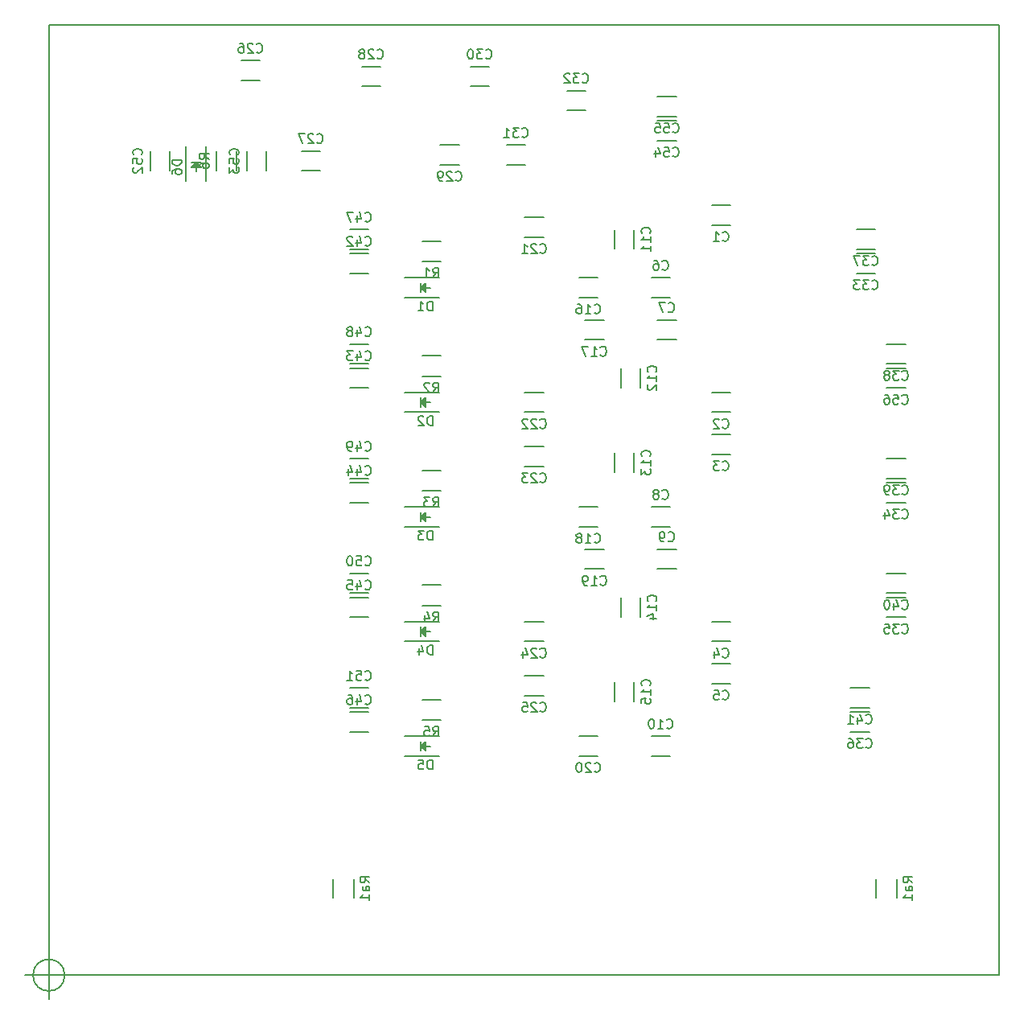
<source format=gbr>
G04 #@! TF.FileFunction,Legend,Bot*
%FSLAX46Y46*%
G04 Gerber Fmt 4.6, Leading zero omitted, Abs format (unit mm)*
G04 Created by KiCad (PCBNEW 4.0.4+e1-6308~48~ubuntu14.04.1-stable) date Tue Oct 11 14:30:50 2016*
%MOMM*%
%LPD*%
G01*
G04 APERTURE LIST*
%ADD10C,0.100000*%
%ADD11C,0.150000*%
G04 APERTURE END LIST*
D10*
D11*
X89666666Y-160000000D02*
G75*
G03X89666666Y-160000000I-1666666J0D01*
G01*
X85500000Y-160000000D02*
X90500000Y-160000000D01*
X88000000Y-157500000D02*
X88000000Y-162500000D01*
X88000000Y-160000000D02*
X88000000Y-60000000D01*
X188000000Y-160000000D02*
X88000000Y-160000000D01*
X188000000Y-60000000D02*
X188000000Y-160000000D01*
X88000000Y-60000000D02*
X188000000Y-60000000D01*
X175074000Y-149876000D02*
X175074000Y-151876000D01*
X177224000Y-151876000D02*
X177224000Y-149876000D01*
X159750000Y-81035000D02*
X157750000Y-81035000D01*
X157750000Y-78985000D02*
X159750000Y-78985000D01*
X159750000Y-100720000D02*
X157750000Y-100720000D01*
X157750000Y-98670000D02*
X159750000Y-98670000D01*
X159750000Y-105165000D02*
X157750000Y-105165000D01*
X157750000Y-103115000D02*
X159750000Y-103115000D01*
X159750000Y-124850000D02*
X157750000Y-124850000D01*
X157750000Y-122800000D02*
X159750000Y-122800000D01*
X159750000Y-129295000D02*
X157750000Y-129295000D01*
X157750000Y-127245000D02*
X159750000Y-127245000D01*
X151400000Y-86605000D02*
X153400000Y-86605000D01*
X153400000Y-88655000D02*
X151400000Y-88655000D01*
X152035000Y-91050000D02*
X154035000Y-91050000D01*
X154035000Y-93100000D02*
X152035000Y-93100000D01*
X151400000Y-110735000D02*
X153400000Y-110735000D01*
X153400000Y-112785000D02*
X151400000Y-112785000D01*
X152035000Y-115180000D02*
X154035000Y-115180000D01*
X154035000Y-117230000D02*
X152035000Y-117230000D01*
X151400000Y-134865000D02*
X153400000Y-134865000D01*
X153400000Y-136915000D02*
X151400000Y-136915000D01*
X149615000Y-81550000D02*
X149615000Y-83550000D01*
X147565000Y-83550000D02*
X147565000Y-81550000D01*
X150250000Y-96155000D02*
X150250000Y-98155000D01*
X148200000Y-98155000D02*
X148200000Y-96155000D01*
X149615000Y-105045000D02*
X149615000Y-107045000D01*
X147565000Y-107045000D02*
X147565000Y-105045000D01*
X150250000Y-120285000D02*
X150250000Y-122285000D01*
X148200000Y-122285000D02*
X148200000Y-120285000D01*
X149615000Y-129175000D02*
X149615000Y-131175000D01*
X147565000Y-131175000D02*
X147565000Y-129175000D01*
X145780000Y-88655000D02*
X143780000Y-88655000D01*
X143780000Y-86605000D02*
X145780000Y-86605000D01*
X146415000Y-93100000D02*
X144415000Y-93100000D01*
X144415000Y-91050000D02*
X146415000Y-91050000D01*
X145780000Y-112785000D02*
X143780000Y-112785000D01*
X143780000Y-110735000D02*
X145780000Y-110735000D01*
X146415000Y-117230000D02*
X144415000Y-117230000D01*
X144415000Y-115180000D02*
X146415000Y-115180000D01*
X145780000Y-136915000D02*
X143780000Y-136915000D01*
X143780000Y-134865000D02*
X145780000Y-134865000D01*
X140065000Y-82305000D02*
X138065000Y-82305000D01*
X138065000Y-80255000D02*
X140065000Y-80255000D01*
X140065000Y-100720000D02*
X138065000Y-100720000D01*
X138065000Y-98670000D02*
X140065000Y-98670000D01*
X140065000Y-106435000D02*
X138065000Y-106435000D01*
X138065000Y-104385000D02*
X140065000Y-104385000D01*
X140065000Y-124850000D02*
X138065000Y-124850000D01*
X138065000Y-122800000D02*
X140065000Y-122800000D01*
X140065000Y-130565000D02*
X138065000Y-130565000D01*
X138065000Y-128515000D02*
X140065000Y-128515000D01*
X108220000Y-63745000D02*
X110220000Y-63745000D01*
X110220000Y-65795000D02*
X108220000Y-65795000D01*
X114570000Y-73270000D02*
X116570000Y-73270000D01*
X116570000Y-75320000D02*
X114570000Y-75320000D01*
X120920000Y-64380000D02*
X122920000Y-64380000D01*
X122920000Y-66430000D02*
X120920000Y-66430000D01*
X131175000Y-74685000D02*
X129175000Y-74685000D01*
X129175000Y-72635000D02*
X131175000Y-72635000D01*
X132350000Y-64380000D02*
X134350000Y-64380000D01*
X134350000Y-66430000D02*
X132350000Y-66430000D01*
X136160000Y-72635000D02*
X138160000Y-72635000D01*
X138160000Y-74685000D02*
X136160000Y-74685000D01*
X142510000Y-66920000D02*
X144510000Y-66920000D01*
X144510000Y-68970000D02*
X142510000Y-68970000D01*
X125485000Y-86580000D02*
X129085000Y-86580000D01*
X125485000Y-88680000D02*
X129085000Y-88680000D01*
X127535000Y-87930000D02*
X127535000Y-87330000D01*
X127535000Y-87330000D02*
X127235000Y-87630000D01*
X127235000Y-87630000D02*
X127435000Y-87830000D01*
X127435000Y-87830000D02*
X127435000Y-87580000D01*
X127435000Y-87580000D02*
X127385000Y-87630000D01*
X127135000Y-88130000D02*
X127135000Y-87130000D01*
X127635000Y-87630000D02*
X128135000Y-87630000D01*
X127135000Y-87630000D02*
X127635000Y-88130000D01*
X127635000Y-88130000D02*
X127635000Y-87130000D01*
X127635000Y-87130000D02*
X127135000Y-87630000D01*
X125485000Y-98645000D02*
X129085000Y-98645000D01*
X125485000Y-100745000D02*
X129085000Y-100745000D01*
X127535000Y-99995000D02*
X127535000Y-99395000D01*
X127535000Y-99395000D02*
X127235000Y-99695000D01*
X127235000Y-99695000D02*
X127435000Y-99895000D01*
X127435000Y-99895000D02*
X127435000Y-99645000D01*
X127435000Y-99645000D02*
X127385000Y-99695000D01*
X127135000Y-100195000D02*
X127135000Y-99195000D01*
X127635000Y-99695000D02*
X128135000Y-99695000D01*
X127135000Y-99695000D02*
X127635000Y-100195000D01*
X127635000Y-100195000D02*
X127635000Y-99195000D01*
X127635000Y-99195000D02*
X127135000Y-99695000D01*
X125485000Y-110710000D02*
X129085000Y-110710000D01*
X125485000Y-112810000D02*
X129085000Y-112810000D01*
X127535000Y-112060000D02*
X127535000Y-111460000D01*
X127535000Y-111460000D02*
X127235000Y-111760000D01*
X127235000Y-111760000D02*
X127435000Y-111960000D01*
X127435000Y-111960000D02*
X127435000Y-111710000D01*
X127435000Y-111710000D02*
X127385000Y-111760000D01*
X127135000Y-112260000D02*
X127135000Y-111260000D01*
X127635000Y-111760000D02*
X128135000Y-111760000D01*
X127135000Y-111760000D02*
X127635000Y-112260000D01*
X127635000Y-112260000D02*
X127635000Y-111260000D01*
X127635000Y-111260000D02*
X127135000Y-111760000D01*
X125485000Y-122775000D02*
X129085000Y-122775000D01*
X125485000Y-124875000D02*
X129085000Y-124875000D01*
X127535000Y-124125000D02*
X127535000Y-123525000D01*
X127535000Y-123525000D02*
X127235000Y-123825000D01*
X127235000Y-123825000D02*
X127435000Y-124025000D01*
X127435000Y-124025000D02*
X127435000Y-123775000D01*
X127435000Y-123775000D02*
X127385000Y-123825000D01*
X127135000Y-124325000D02*
X127135000Y-123325000D01*
X127635000Y-123825000D02*
X128135000Y-123825000D01*
X127135000Y-123825000D02*
X127635000Y-124325000D01*
X127635000Y-124325000D02*
X127635000Y-123325000D01*
X127635000Y-123325000D02*
X127135000Y-123825000D01*
X125485000Y-134840000D02*
X129085000Y-134840000D01*
X125485000Y-136940000D02*
X129085000Y-136940000D01*
X127535000Y-136190000D02*
X127535000Y-135590000D01*
X127535000Y-135590000D02*
X127235000Y-135890000D01*
X127235000Y-135890000D02*
X127435000Y-136090000D01*
X127435000Y-136090000D02*
X127435000Y-135840000D01*
X127435000Y-135840000D02*
X127385000Y-135890000D01*
X127135000Y-136390000D02*
X127135000Y-135390000D01*
X127635000Y-135890000D02*
X128135000Y-135890000D01*
X127135000Y-135890000D02*
X127635000Y-136390000D01*
X127635000Y-136390000D02*
X127635000Y-135390000D01*
X127635000Y-135390000D02*
X127135000Y-135890000D01*
X104555000Y-72780000D02*
X104555000Y-76380000D01*
X102455000Y-72780000D02*
X102455000Y-76380000D01*
X103205000Y-74830000D02*
X103805000Y-74830000D01*
X103805000Y-74830000D02*
X103505000Y-74530000D01*
X103505000Y-74530000D02*
X103305000Y-74730000D01*
X103305000Y-74730000D02*
X103555000Y-74730000D01*
X103555000Y-74730000D02*
X103505000Y-74680000D01*
X103005000Y-74430000D02*
X104005000Y-74430000D01*
X103505000Y-74930000D02*
X103505000Y-75430000D01*
X103505000Y-74430000D02*
X103005000Y-74930000D01*
X103005000Y-74930000D02*
X104005000Y-74930000D01*
X104005000Y-74930000D02*
X103505000Y-74430000D01*
X129270000Y-82745000D02*
X127270000Y-82745000D01*
X127270000Y-84895000D02*
X129270000Y-84895000D01*
X129270000Y-94810000D02*
X127270000Y-94810000D01*
X127270000Y-96960000D02*
X129270000Y-96960000D01*
X129270000Y-106875000D02*
X127270000Y-106875000D01*
X127270000Y-109025000D02*
X129270000Y-109025000D01*
X129270000Y-118940000D02*
X127270000Y-118940000D01*
X127270000Y-121090000D02*
X129270000Y-121090000D01*
X129270000Y-131005000D02*
X127270000Y-131005000D01*
X127270000Y-133155000D02*
X129270000Y-133155000D01*
X107755000Y-75295000D02*
X107755000Y-73295000D01*
X105605000Y-73295000D02*
X105605000Y-75295000D01*
X174990000Y-86115000D02*
X172990000Y-86115000D01*
X172990000Y-84065000D02*
X174990000Y-84065000D01*
X178165000Y-110245000D02*
X176165000Y-110245000D01*
X176165000Y-108195000D02*
X178165000Y-108195000D01*
X178165000Y-122310000D02*
X176165000Y-122310000D01*
X176165000Y-120260000D02*
X178165000Y-120260000D01*
X174355000Y-134375000D02*
X172355000Y-134375000D01*
X172355000Y-132325000D02*
X174355000Y-132325000D01*
X174990000Y-83575000D02*
X172990000Y-83575000D01*
X172990000Y-81525000D02*
X174990000Y-81525000D01*
X178165000Y-95640000D02*
X176165000Y-95640000D01*
X176165000Y-93590000D02*
X178165000Y-93590000D01*
X178165000Y-107705000D02*
X176165000Y-107705000D01*
X176165000Y-105655000D02*
X178165000Y-105655000D01*
X178165000Y-119770000D02*
X176165000Y-119770000D01*
X176165000Y-117720000D02*
X178165000Y-117720000D01*
X174355000Y-131835000D02*
X172355000Y-131835000D01*
X172355000Y-129785000D02*
X174355000Y-129785000D01*
X119650000Y-84065000D02*
X121650000Y-84065000D01*
X121650000Y-86115000D02*
X119650000Y-86115000D01*
X119650000Y-96130000D02*
X121650000Y-96130000D01*
X121650000Y-98180000D02*
X119650000Y-98180000D01*
X119650000Y-108195000D02*
X121650000Y-108195000D01*
X121650000Y-110245000D02*
X119650000Y-110245000D01*
X119650000Y-120260000D02*
X121650000Y-120260000D01*
X121650000Y-122310000D02*
X119650000Y-122310000D01*
X119650000Y-132325000D02*
X121650000Y-132325000D01*
X121650000Y-134375000D02*
X119650000Y-134375000D01*
X119650000Y-81525000D02*
X121650000Y-81525000D01*
X121650000Y-83575000D02*
X119650000Y-83575000D01*
X119650000Y-93590000D02*
X121650000Y-93590000D01*
X121650000Y-95640000D02*
X119650000Y-95640000D01*
X119650000Y-105655000D02*
X121650000Y-105655000D01*
X121650000Y-107705000D02*
X119650000Y-107705000D01*
X119650000Y-117720000D02*
X121650000Y-117720000D01*
X121650000Y-119770000D02*
X119650000Y-119770000D01*
X119650000Y-129785000D02*
X121650000Y-129785000D01*
X121650000Y-131835000D02*
X119650000Y-131835000D01*
X98670000Y-75295000D02*
X98670000Y-73295000D01*
X100720000Y-73295000D02*
X100720000Y-75295000D01*
X108830000Y-75295000D02*
X108830000Y-73295000D01*
X110880000Y-73295000D02*
X110880000Y-75295000D01*
X154035000Y-72145000D02*
X152035000Y-72145000D01*
X152035000Y-70095000D02*
X154035000Y-70095000D01*
X154035000Y-69605000D02*
X152035000Y-69605000D01*
X152035000Y-67555000D02*
X154035000Y-67555000D01*
X178165000Y-98180000D02*
X176165000Y-98180000D01*
X176165000Y-96130000D02*
X178165000Y-96130000D01*
X117924000Y-149876000D02*
X117924000Y-151876000D01*
X120074000Y-151876000D02*
X120074000Y-149876000D01*
X178901381Y-150256953D02*
X178425190Y-149923619D01*
X178901381Y-149685524D02*
X177901381Y-149685524D01*
X177901381Y-150066477D01*
X177949000Y-150161715D01*
X177996619Y-150209334D01*
X178091857Y-150256953D01*
X178234714Y-150256953D01*
X178329952Y-150209334D01*
X178377571Y-150161715D01*
X178425190Y-150066477D01*
X178425190Y-149685524D01*
X178901381Y-151114096D02*
X178377571Y-151114096D01*
X178282333Y-151066477D01*
X178234714Y-150971239D01*
X178234714Y-150780762D01*
X178282333Y-150685524D01*
X178853762Y-151114096D02*
X178901381Y-151018858D01*
X178901381Y-150780762D01*
X178853762Y-150685524D01*
X178758524Y-150637905D01*
X178663286Y-150637905D01*
X178568048Y-150685524D01*
X178520429Y-150780762D01*
X178520429Y-151018858D01*
X178472810Y-151114096D01*
X178901381Y-152114096D02*
X178901381Y-151542667D01*
X178901381Y-151828381D02*
X177901381Y-151828381D01*
X178044238Y-151733143D01*
X178139476Y-151637905D01*
X178187095Y-151542667D01*
X158916666Y-82667143D02*
X158964285Y-82714762D01*
X159107142Y-82762381D01*
X159202380Y-82762381D01*
X159345238Y-82714762D01*
X159440476Y-82619524D01*
X159488095Y-82524286D01*
X159535714Y-82333810D01*
X159535714Y-82190952D01*
X159488095Y-82000476D01*
X159440476Y-81905238D01*
X159345238Y-81810000D01*
X159202380Y-81762381D01*
X159107142Y-81762381D01*
X158964285Y-81810000D01*
X158916666Y-81857619D01*
X157964285Y-82762381D02*
X158535714Y-82762381D01*
X158250000Y-82762381D02*
X158250000Y-81762381D01*
X158345238Y-81905238D01*
X158440476Y-82000476D01*
X158535714Y-82048095D01*
X158916666Y-102352143D02*
X158964285Y-102399762D01*
X159107142Y-102447381D01*
X159202380Y-102447381D01*
X159345238Y-102399762D01*
X159440476Y-102304524D01*
X159488095Y-102209286D01*
X159535714Y-102018810D01*
X159535714Y-101875952D01*
X159488095Y-101685476D01*
X159440476Y-101590238D01*
X159345238Y-101495000D01*
X159202380Y-101447381D01*
X159107142Y-101447381D01*
X158964285Y-101495000D01*
X158916666Y-101542619D01*
X158535714Y-101542619D02*
X158488095Y-101495000D01*
X158392857Y-101447381D01*
X158154761Y-101447381D01*
X158059523Y-101495000D01*
X158011904Y-101542619D01*
X157964285Y-101637857D01*
X157964285Y-101733095D01*
X158011904Y-101875952D01*
X158583333Y-102447381D01*
X157964285Y-102447381D01*
X158916666Y-106797143D02*
X158964285Y-106844762D01*
X159107142Y-106892381D01*
X159202380Y-106892381D01*
X159345238Y-106844762D01*
X159440476Y-106749524D01*
X159488095Y-106654286D01*
X159535714Y-106463810D01*
X159535714Y-106320952D01*
X159488095Y-106130476D01*
X159440476Y-106035238D01*
X159345238Y-105940000D01*
X159202380Y-105892381D01*
X159107142Y-105892381D01*
X158964285Y-105940000D01*
X158916666Y-105987619D01*
X158583333Y-105892381D02*
X157964285Y-105892381D01*
X158297619Y-106273333D01*
X158154761Y-106273333D01*
X158059523Y-106320952D01*
X158011904Y-106368571D01*
X157964285Y-106463810D01*
X157964285Y-106701905D01*
X158011904Y-106797143D01*
X158059523Y-106844762D01*
X158154761Y-106892381D01*
X158440476Y-106892381D01*
X158535714Y-106844762D01*
X158583333Y-106797143D01*
X158916666Y-126482143D02*
X158964285Y-126529762D01*
X159107142Y-126577381D01*
X159202380Y-126577381D01*
X159345238Y-126529762D01*
X159440476Y-126434524D01*
X159488095Y-126339286D01*
X159535714Y-126148810D01*
X159535714Y-126005952D01*
X159488095Y-125815476D01*
X159440476Y-125720238D01*
X159345238Y-125625000D01*
X159202380Y-125577381D01*
X159107142Y-125577381D01*
X158964285Y-125625000D01*
X158916666Y-125672619D01*
X158059523Y-125910714D02*
X158059523Y-126577381D01*
X158297619Y-125529762D02*
X158535714Y-126244048D01*
X157916666Y-126244048D01*
X158916666Y-130927143D02*
X158964285Y-130974762D01*
X159107142Y-131022381D01*
X159202380Y-131022381D01*
X159345238Y-130974762D01*
X159440476Y-130879524D01*
X159488095Y-130784286D01*
X159535714Y-130593810D01*
X159535714Y-130450952D01*
X159488095Y-130260476D01*
X159440476Y-130165238D01*
X159345238Y-130070000D01*
X159202380Y-130022381D01*
X159107142Y-130022381D01*
X158964285Y-130070000D01*
X158916666Y-130117619D01*
X158011904Y-130022381D02*
X158488095Y-130022381D01*
X158535714Y-130498571D01*
X158488095Y-130450952D01*
X158392857Y-130403333D01*
X158154761Y-130403333D01*
X158059523Y-130450952D01*
X158011904Y-130498571D01*
X157964285Y-130593810D01*
X157964285Y-130831905D01*
X158011904Y-130927143D01*
X158059523Y-130974762D01*
X158154761Y-131022381D01*
X158392857Y-131022381D01*
X158488095Y-130974762D01*
X158535714Y-130927143D01*
X152566666Y-85687143D02*
X152614285Y-85734762D01*
X152757142Y-85782381D01*
X152852380Y-85782381D01*
X152995238Y-85734762D01*
X153090476Y-85639524D01*
X153138095Y-85544286D01*
X153185714Y-85353810D01*
X153185714Y-85210952D01*
X153138095Y-85020476D01*
X153090476Y-84925238D01*
X152995238Y-84830000D01*
X152852380Y-84782381D01*
X152757142Y-84782381D01*
X152614285Y-84830000D01*
X152566666Y-84877619D01*
X151709523Y-84782381D02*
X151900000Y-84782381D01*
X151995238Y-84830000D01*
X152042857Y-84877619D01*
X152138095Y-85020476D01*
X152185714Y-85210952D01*
X152185714Y-85591905D01*
X152138095Y-85687143D01*
X152090476Y-85734762D01*
X151995238Y-85782381D01*
X151804761Y-85782381D01*
X151709523Y-85734762D01*
X151661904Y-85687143D01*
X151614285Y-85591905D01*
X151614285Y-85353810D01*
X151661904Y-85258571D01*
X151709523Y-85210952D01*
X151804761Y-85163333D01*
X151995238Y-85163333D01*
X152090476Y-85210952D01*
X152138095Y-85258571D01*
X152185714Y-85353810D01*
X153201666Y-90132143D02*
X153249285Y-90179762D01*
X153392142Y-90227381D01*
X153487380Y-90227381D01*
X153630238Y-90179762D01*
X153725476Y-90084524D01*
X153773095Y-89989286D01*
X153820714Y-89798810D01*
X153820714Y-89655952D01*
X153773095Y-89465476D01*
X153725476Y-89370238D01*
X153630238Y-89275000D01*
X153487380Y-89227381D01*
X153392142Y-89227381D01*
X153249285Y-89275000D01*
X153201666Y-89322619D01*
X152868333Y-89227381D02*
X152201666Y-89227381D01*
X152630238Y-90227381D01*
X152566666Y-109817143D02*
X152614285Y-109864762D01*
X152757142Y-109912381D01*
X152852380Y-109912381D01*
X152995238Y-109864762D01*
X153090476Y-109769524D01*
X153138095Y-109674286D01*
X153185714Y-109483810D01*
X153185714Y-109340952D01*
X153138095Y-109150476D01*
X153090476Y-109055238D01*
X152995238Y-108960000D01*
X152852380Y-108912381D01*
X152757142Y-108912381D01*
X152614285Y-108960000D01*
X152566666Y-109007619D01*
X151995238Y-109340952D02*
X152090476Y-109293333D01*
X152138095Y-109245714D01*
X152185714Y-109150476D01*
X152185714Y-109102857D01*
X152138095Y-109007619D01*
X152090476Y-108960000D01*
X151995238Y-108912381D01*
X151804761Y-108912381D01*
X151709523Y-108960000D01*
X151661904Y-109007619D01*
X151614285Y-109102857D01*
X151614285Y-109150476D01*
X151661904Y-109245714D01*
X151709523Y-109293333D01*
X151804761Y-109340952D01*
X151995238Y-109340952D01*
X152090476Y-109388571D01*
X152138095Y-109436190D01*
X152185714Y-109531429D01*
X152185714Y-109721905D01*
X152138095Y-109817143D01*
X152090476Y-109864762D01*
X151995238Y-109912381D01*
X151804761Y-109912381D01*
X151709523Y-109864762D01*
X151661904Y-109817143D01*
X151614285Y-109721905D01*
X151614285Y-109531429D01*
X151661904Y-109436190D01*
X151709523Y-109388571D01*
X151804761Y-109340952D01*
X153201666Y-114262143D02*
X153249285Y-114309762D01*
X153392142Y-114357381D01*
X153487380Y-114357381D01*
X153630238Y-114309762D01*
X153725476Y-114214524D01*
X153773095Y-114119286D01*
X153820714Y-113928810D01*
X153820714Y-113785952D01*
X153773095Y-113595476D01*
X153725476Y-113500238D01*
X153630238Y-113405000D01*
X153487380Y-113357381D01*
X153392142Y-113357381D01*
X153249285Y-113405000D01*
X153201666Y-113452619D01*
X152725476Y-114357381D02*
X152535000Y-114357381D01*
X152439761Y-114309762D01*
X152392142Y-114262143D01*
X152296904Y-114119286D01*
X152249285Y-113928810D01*
X152249285Y-113547857D01*
X152296904Y-113452619D01*
X152344523Y-113405000D01*
X152439761Y-113357381D01*
X152630238Y-113357381D01*
X152725476Y-113405000D01*
X152773095Y-113452619D01*
X152820714Y-113547857D01*
X152820714Y-113785952D01*
X152773095Y-113881190D01*
X152725476Y-113928810D01*
X152630238Y-113976429D01*
X152439761Y-113976429D01*
X152344523Y-113928810D01*
X152296904Y-113881190D01*
X152249285Y-113785952D01*
X153042857Y-133947143D02*
X153090476Y-133994762D01*
X153233333Y-134042381D01*
X153328571Y-134042381D01*
X153471429Y-133994762D01*
X153566667Y-133899524D01*
X153614286Y-133804286D01*
X153661905Y-133613810D01*
X153661905Y-133470952D01*
X153614286Y-133280476D01*
X153566667Y-133185238D01*
X153471429Y-133090000D01*
X153328571Y-133042381D01*
X153233333Y-133042381D01*
X153090476Y-133090000D01*
X153042857Y-133137619D01*
X152090476Y-134042381D02*
X152661905Y-134042381D01*
X152376191Y-134042381D02*
X152376191Y-133042381D01*
X152471429Y-133185238D01*
X152566667Y-133280476D01*
X152661905Y-133328095D01*
X151471429Y-133042381D02*
X151376190Y-133042381D01*
X151280952Y-133090000D01*
X151233333Y-133137619D01*
X151185714Y-133232857D01*
X151138095Y-133423333D01*
X151138095Y-133661429D01*
X151185714Y-133851905D01*
X151233333Y-133947143D01*
X151280952Y-133994762D01*
X151376190Y-134042381D01*
X151471429Y-134042381D01*
X151566667Y-133994762D01*
X151614286Y-133947143D01*
X151661905Y-133851905D01*
X151709524Y-133661429D01*
X151709524Y-133423333D01*
X151661905Y-133232857D01*
X151614286Y-133137619D01*
X151566667Y-133090000D01*
X151471429Y-133042381D01*
X151247143Y-81907143D02*
X151294762Y-81859524D01*
X151342381Y-81716667D01*
X151342381Y-81621429D01*
X151294762Y-81478571D01*
X151199524Y-81383333D01*
X151104286Y-81335714D01*
X150913810Y-81288095D01*
X150770952Y-81288095D01*
X150580476Y-81335714D01*
X150485238Y-81383333D01*
X150390000Y-81478571D01*
X150342381Y-81621429D01*
X150342381Y-81716667D01*
X150390000Y-81859524D01*
X150437619Y-81907143D01*
X151342381Y-82859524D02*
X151342381Y-82288095D01*
X151342381Y-82573809D02*
X150342381Y-82573809D01*
X150485238Y-82478571D01*
X150580476Y-82383333D01*
X150628095Y-82288095D01*
X151342381Y-83811905D02*
X151342381Y-83240476D01*
X151342381Y-83526190D02*
X150342381Y-83526190D01*
X150485238Y-83430952D01*
X150580476Y-83335714D01*
X150628095Y-83240476D01*
X151882143Y-96512143D02*
X151929762Y-96464524D01*
X151977381Y-96321667D01*
X151977381Y-96226429D01*
X151929762Y-96083571D01*
X151834524Y-95988333D01*
X151739286Y-95940714D01*
X151548810Y-95893095D01*
X151405952Y-95893095D01*
X151215476Y-95940714D01*
X151120238Y-95988333D01*
X151025000Y-96083571D01*
X150977381Y-96226429D01*
X150977381Y-96321667D01*
X151025000Y-96464524D01*
X151072619Y-96512143D01*
X151977381Y-97464524D02*
X151977381Y-96893095D01*
X151977381Y-97178809D02*
X150977381Y-97178809D01*
X151120238Y-97083571D01*
X151215476Y-96988333D01*
X151263095Y-96893095D01*
X151072619Y-97845476D02*
X151025000Y-97893095D01*
X150977381Y-97988333D01*
X150977381Y-98226429D01*
X151025000Y-98321667D01*
X151072619Y-98369286D01*
X151167857Y-98416905D01*
X151263095Y-98416905D01*
X151405952Y-98369286D01*
X151977381Y-97797857D01*
X151977381Y-98416905D01*
X151247143Y-105402143D02*
X151294762Y-105354524D01*
X151342381Y-105211667D01*
X151342381Y-105116429D01*
X151294762Y-104973571D01*
X151199524Y-104878333D01*
X151104286Y-104830714D01*
X150913810Y-104783095D01*
X150770952Y-104783095D01*
X150580476Y-104830714D01*
X150485238Y-104878333D01*
X150390000Y-104973571D01*
X150342381Y-105116429D01*
X150342381Y-105211667D01*
X150390000Y-105354524D01*
X150437619Y-105402143D01*
X151342381Y-106354524D02*
X151342381Y-105783095D01*
X151342381Y-106068809D02*
X150342381Y-106068809D01*
X150485238Y-105973571D01*
X150580476Y-105878333D01*
X150628095Y-105783095D01*
X150342381Y-106687857D02*
X150342381Y-107306905D01*
X150723333Y-106973571D01*
X150723333Y-107116429D01*
X150770952Y-107211667D01*
X150818571Y-107259286D01*
X150913810Y-107306905D01*
X151151905Y-107306905D01*
X151247143Y-107259286D01*
X151294762Y-107211667D01*
X151342381Y-107116429D01*
X151342381Y-106830714D01*
X151294762Y-106735476D01*
X151247143Y-106687857D01*
X151882143Y-120642143D02*
X151929762Y-120594524D01*
X151977381Y-120451667D01*
X151977381Y-120356429D01*
X151929762Y-120213571D01*
X151834524Y-120118333D01*
X151739286Y-120070714D01*
X151548810Y-120023095D01*
X151405952Y-120023095D01*
X151215476Y-120070714D01*
X151120238Y-120118333D01*
X151025000Y-120213571D01*
X150977381Y-120356429D01*
X150977381Y-120451667D01*
X151025000Y-120594524D01*
X151072619Y-120642143D01*
X151977381Y-121594524D02*
X151977381Y-121023095D01*
X151977381Y-121308809D02*
X150977381Y-121308809D01*
X151120238Y-121213571D01*
X151215476Y-121118333D01*
X151263095Y-121023095D01*
X151310714Y-122451667D02*
X151977381Y-122451667D01*
X150929762Y-122213571D02*
X151644048Y-121975476D01*
X151644048Y-122594524D01*
X151247143Y-129532143D02*
X151294762Y-129484524D01*
X151342381Y-129341667D01*
X151342381Y-129246429D01*
X151294762Y-129103571D01*
X151199524Y-129008333D01*
X151104286Y-128960714D01*
X150913810Y-128913095D01*
X150770952Y-128913095D01*
X150580476Y-128960714D01*
X150485238Y-129008333D01*
X150390000Y-129103571D01*
X150342381Y-129246429D01*
X150342381Y-129341667D01*
X150390000Y-129484524D01*
X150437619Y-129532143D01*
X151342381Y-130484524D02*
X151342381Y-129913095D01*
X151342381Y-130198809D02*
X150342381Y-130198809D01*
X150485238Y-130103571D01*
X150580476Y-130008333D01*
X150628095Y-129913095D01*
X150342381Y-131389286D02*
X150342381Y-130913095D01*
X150818571Y-130865476D01*
X150770952Y-130913095D01*
X150723333Y-131008333D01*
X150723333Y-131246429D01*
X150770952Y-131341667D01*
X150818571Y-131389286D01*
X150913810Y-131436905D01*
X151151905Y-131436905D01*
X151247143Y-131389286D01*
X151294762Y-131341667D01*
X151342381Y-131246429D01*
X151342381Y-131008333D01*
X151294762Y-130913095D01*
X151247143Y-130865476D01*
X145422857Y-90287143D02*
X145470476Y-90334762D01*
X145613333Y-90382381D01*
X145708571Y-90382381D01*
X145851429Y-90334762D01*
X145946667Y-90239524D01*
X145994286Y-90144286D01*
X146041905Y-89953810D01*
X146041905Y-89810952D01*
X145994286Y-89620476D01*
X145946667Y-89525238D01*
X145851429Y-89430000D01*
X145708571Y-89382381D01*
X145613333Y-89382381D01*
X145470476Y-89430000D01*
X145422857Y-89477619D01*
X144470476Y-90382381D02*
X145041905Y-90382381D01*
X144756191Y-90382381D02*
X144756191Y-89382381D01*
X144851429Y-89525238D01*
X144946667Y-89620476D01*
X145041905Y-89668095D01*
X143613333Y-89382381D02*
X143803810Y-89382381D01*
X143899048Y-89430000D01*
X143946667Y-89477619D01*
X144041905Y-89620476D01*
X144089524Y-89810952D01*
X144089524Y-90191905D01*
X144041905Y-90287143D01*
X143994286Y-90334762D01*
X143899048Y-90382381D01*
X143708571Y-90382381D01*
X143613333Y-90334762D01*
X143565714Y-90287143D01*
X143518095Y-90191905D01*
X143518095Y-89953810D01*
X143565714Y-89858571D01*
X143613333Y-89810952D01*
X143708571Y-89763333D01*
X143899048Y-89763333D01*
X143994286Y-89810952D01*
X144041905Y-89858571D01*
X144089524Y-89953810D01*
X146057857Y-94732143D02*
X146105476Y-94779762D01*
X146248333Y-94827381D01*
X146343571Y-94827381D01*
X146486429Y-94779762D01*
X146581667Y-94684524D01*
X146629286Y-94589286D01*
X146676905Y-94398810D01*
X146676905Y-94255952D01*
X146629286Y-94065476D01*
X146581667Y-93970238D01*
X146486429Y-93875000D01*
X146343571Y-93827381D01*
X146248333Y-93827381D01*
X146105476Y-93875000D01*
X146057857Y-93922619D01*
X145105476Y-94827381D02*
X145676905Y-94827381D01*
X145391191Y-94827381D02*
X145391191Y-93827381D01*
X145486429Y-93970238D01*
X145581667Y-94065476D01*
X145676905Y-94113095D01*
X144772143Y-93827381D02*
X144105476Y-93827381D01*
X144534048Y-94827381D01*
X145422857Y-114417143D02*
X145470476Y-114464762D01*
X145613333Y-114512381D01*
X145708571Y-114512381D01*
X145851429Y-114464762D01*
X145946667Y-114369524D01*
X145994286Y-114274286D01*
X146041905Y-114083810D01*
X146041905Y-113940952D01*
X145994286Y-113750476D01*
X145946667Y-113655238D01*
X145851429Y-113560000D01*
X145708571Y-113512381D01*
X145613333Y-113512381D01*
X145470476Y-113560000D01*
X145422857Y-113607619D01*
X144470476Y-114512381D02*
X145041905Y-114512381D01*
X144756191Y-114512381D02*
X144756191Y-113512381D01*
X144851429Y-113655238D01*
X144946667Y-113750476D01*
X145041905Y-113798095D01*
X143899048Y-113940952D02*
X143994286Y-113893333D01*
X144041905Y-113845714D01*
X144089524Y-113750476D01*
X144089524Y-113702857D01*
X144041905Y-113607619D01*
X143994286Y-113560000D01*
X143899048Y-113512381D01*
X143708571Y-113512381D01*
X143613333Y-113560000D01*
X143565714Y-113607619D01*
X143518095Y-113702857D01*
X143518095Y-113750476D01*
X143565714Y-113845714D01*
X143613333Y-113893333D01*
X143708571Y-113940952D01*
X143899048Y-113940952D01*
X143994286Y-113988571D01*
X144041905Y-114036190D01*
X144089524Y-114131429D01*
X144089524Y-114321905D01*
X144041905Y-114417143D01*
X143994286Y-114464762D01*
X143899048Y-114512381D01*
X143708571Y-114512381D01*
X143613333Y-114464762D01*
X143565714Y-114417143D01*
X143518095Y-114321905D01*
X143518095Y-114131429D01*
X143565714Y-114036190D01*
X143613333Y-113988571D01*
X143708571Y-113940952D01*
X146057857Y-118862143D02*
X146105476Y-118909762D01*
X146248333Y-118957381D01*
X146343571Y-118957381D01*
X146486429Y-118909762D01*
X146581667Y-118814524D01*
X146629286Y-118719286D01*
X146676905Y-118528810D01*
X146676905Y-118385952D01*
X146629286Y-118195476D01*
X146581667Y-118100238D01*
X146486429Y-118005000D01*
X146343571Y-117957381D01*
X146248333Y-117957381D01*
X146105476Y-118005000D01*
X146057857Y-118052619D01*
X145105476Y-118957381D02*
X145676905Y-118957381D01*
X145391191Y-118957381D02*
X145391191Y-117957381D01*
X145486429Y-118100238D01*
X145581667Y-118195476D01*
X145676905Y-118243095D01*
X144629286Y-118957381D02*
X144438810Y-118957381D01*
X144343571Y-118909762D01*
X144295952Y-118862143D01*
X144200714Y-118719286D01*
X144153095Y-118528810D01*
X144153095Y-118147857D01*
X144200714Y-118052619D01*
X144248333Y-118005000D01*
X144343571Y-117957381D01*
X144534048Y-117957381D01*
X144629286Y-118005000D01*
X144676905Y-118052619D01*
X144724524Y-118147857D01*
X144724524Y-118385952D01*
X144676905Y-118481190D01*
X144629286Y-118528810D01*
X144534048Y-118576429D01*
X144343571Y-118576429D01*
X144248333Y-118528810D01*
X144200714Y-118481190D01*
X144153095Y-118385952D01*
X145422857Y-138547143D02*
X145470476Y-138594762D01*
X145613333Y-138642381D01*
X145708571Y-138642381D01*
X145851429Y-138594762D01*
X145946667Y-138499524D01*
X145994286Y-138404286D01*
X146041905Y-138213810D01*
X146041905Y-138070952D01*
X145994286Y-137880476D01*
X145946667Y-137785238D01*
X145851429Y-137690000D01*
X145708571Y-137642381D01*
X145613333Y-137642381D01*
X145470476Y-137690000D01*
X145422857Y-137737619D01*
X145041905Y-137737619D02*
X144994286Y-137690000D01*
X144899048Y-137642381D01*
X144660952Y-137642381D01*
X144565714Y-137690000D01*
X144518095Y-137737619D01*
X144470476Y-137832857D01*
X144470476Y-137928095D01*
X144518095Y-138070952D01*
X145089524Y-138642381D01*
X144470476Y-138642381D01*
X143851429Y-137642381D02*
X143756190Y-137642381D01*
X143660952Y-137690000D01*
X143613333Y-137737619D01*
X143565714Y-137832857D01*
X143518095Y-138023333D01*
X143518095Y-138261429D01*
X143565714Y-138451905D01*
X143613333Y-138547143D01*
X143660952Y-138594762D01*
X143756190Y-138642381D01*
X143851429Y-138642381D01*
X143946667Y-138594762D01*
X143994286Y-138547143D01*
X144041905Y-138451905D01*
X144089524Y-138261429D01*
X144089524Y-138023333D01*
X144041905Y-137832857D01*
X143994286Y-137737619D01*
X143946667Y-137690000D01*
X143851429Y-137642381D01*
X139707857Y-83937143D02*
X139755476Y-83984762D01*
X139898333Y-84032381D01*
X139993571Y-84032381D01*
X140136429Y-83984762D01*
X140231667Y-83889524D01*
X140279286Y-83794286D01*
X140326905Y-83603810D01*
X140326905Y-83460952D01*
X140279286Y-83270476D01*
X140231667Y-83175238D01*
X140136429Y-83080000D01*
X139993571Y-83032381D01*
X139898333Y-83032381D01*
X139755476Y-83080000D01*
X139707857Y-83127619D01*
X139326905Y-83127619D02*
X139279286Y-83080000D01*
X139184048Y-83032381D01*
X138945952Y-83032381D01*
X138850714Y-83080000D01*
X138803095Y-83127619D01*
X138755476Y-83222857D01*
X138755476Y-83318095D01*
X138803095Y-83460952D01*
X139374524Y-84032381D01*
X138755476Y-84032381D01*
X137803095Y-84032381D02*
X138374524Y-84032381D01*
X138088810Y-84032381D02*
X138088810Y-83032381D01*
X138184048Y-83175238D01*
X138279286Y-83270476D01*
X138374524Y-83318095D01*
X139707857Y-102352143D02*
X139755476Y-102399762D01*
X139898333Y-102447381D01*
X139993571Y-102447381D01*
X140136429Y-102399762D01*
X140231667Y-102304524D01*
X140279286Y-102209286D01*
X140326905Y-102018810D01*
X140326905Y-101875952D01*
X140279286Y-101685476D01*
X140231667Y-101590238D01*
X140136429Y-101495000D01*
X139993571Y-101447381D01*
X139898333Y-101447381D01*
X139755476Y-101495000D01*
X139707857Y-101542619D01*
X139326905Y-101542619D02*
X139279286Y-101495000D01*
X139184048Y-101447381D01*
X138945952Y-101447381D01*
X138850714Y-101495000D01*
X138803095Y-101542619D01*
X138755476Y-101637857D01*
X138755476Y-101733095D01*
X138803095Y-101875952D01*
X139374524Y-102447381D01*
X138755476Y-102447381D01*
X138374524Y-101542619D02*
X138326905Y-101495000D01*
X138231667Y-101447381D01*
X137993571Y-101447381D01*
X137898333Y-101495000D01*
X137850714Y-101542619D01*
X137803095Y-101637857D01*
X137803095Y-101733095D01*
X137850714Y-101875952D01*
X138422143Y-102447381D01*
X137803095Y-102447381D01*
X139707857Y-108067143D02*
X139755476Y-108114762D01*
X139898333Y-108162381D01*
X139993571Y-108162381D01*
X140136429Y-108114762D01*
X140231667Y-108019524D01*
X140279286Y-107924286D01*
X140326905Y-107733810D01*
X140326905Y-107590952D01*
X140279286Y-107400476D01*
X140231667Y-107305238D01*
X140136429Y-107210000D01*
X139993571Y-107162381D01*
X139898333Y-107162381D01*
X139755476Y-107210000D01*
X139707857Y-107257619D01*
X139326905Y-107257619D02*
X139279286Y-107210000D01*
X139184048Y-107162381D01*
X138945952Y-107162381D01*
X138850714Y-107210000D01*
X138803095Y-107257619D01*
X138755476Y-107352857D01*
X138755476Y-107448095D01*
X138803095Y-107590952D01*
X139374524Y-108162381D01*
X138755476Y-108162381D01*
X138422143Y-107162381D02*
X137803095Y-107162381D01*
X138136429Y-107543333D01*
X137993571Y-107543333D01*
X137898333Y-107590952D01*
X137850714Y-107638571D01*
X137803095Y-107733810D01*
X137803095Y-107971905D01*
X137850714Y-108067143D01*
X137898333Y-108114762D01*
X137993571Y-108162381D01*
X138279286Y-108162381D01*
X138374524Y-108114762D01*
X138422143Y-108067143D01*
X139707857Y-126482143D02*
X139755476Y-126529762D01*
X139898333Y-126577381D01*
X139993571Y-126577381D01*
X140136429Y-126529762D01*
X140231667Y-126434524D01*
X140279286Y-126339286D01*
X140326905Y-126148810D01*
X140326905Y-126005952D01*
X140279286Y-125815476D01*
X140231667Y-125720238D01*
X140136429Y-125625000D01*
X139993571Y-125577381D01*
X139898333Y-125577381D01*
X139755476Y-125625000D01*
X139707857Y-125672619D01*
X139326905Y-125672619D02*
X139279286Y-125625000D01*
X139184048Y-125577381D01*
X138945952Y-125577381D01*
X138850714Y-125625000D01*
X138803095Y-125672619D01*
X138755476Y-125767857D01*
X138755476Y-125863095D01*
X138803095Y-126005952D01*
X139374524Y-126577381D01*
X138755476Y-126577381D01*
X137898333Y-125910714D02*
X137898333Y-126577381D01*
X138136429Y-125529762D02*
X138374524Y-126244048D01*
X137755476Y-126244048D01*
X139707857Y-132197143D02*
X139755476Y-132244762D01*
X139898333Y-132292381D01*
X139993571Y-132292381D01*
X140136429Y-132244762D01*
X140231667Y-132149524D01*
X140279286Y-132054286D01*
X140326905Y-131863810D01*
X140326905Y-131720952D01*
X140279286Y-131530476D01*
X140231667Y-131435238D01*
X140136429Y-131340000D01*
X139993571Y-131292381D01*
X139898333Y-131292381D01*
X139755476Y-131340000D01*
X139707857Y-131387619D01*
X139326905Y-131387619D02*
X139279286Y-131340000D01*
X139184048Y-131292381D01*
X138945952Y-131292381D01*
X138850714Y-131340000D01*
X138803095Y-131387619D01*
X138755476Y-131482857D01*
X138755476Y-131578095D01*
X138803095Y-131720952D01*
X139374524Y-132292381D01*
X138755476Y-132292381D01*
X137850714Y-131292381D02*
X138326905Y-131292381D01*
X138374524Y-131768571D01*
X138326905Y-131720952D01*
X138231667Y-131673333D01*
X137993571Y-131673333D01*
X137898333Y-131720952D01*
X137850714Y-131768571D01*
X137803095Y-131863810D01*
X137803095Y-132101905D01*
X137850714Y-132197143D01*
X137898333Y-132244762D01*
X137993571Y-132292381D01*
X138231667Y-132292381D01*
X138326905Y-132244762D01*
X138374524Y-132197143D01*
X109862857Y-62827143D02*
X109910476Y-62874762D01*
X110053333Y-62922381D01*
X110148571Y-62922381D01*
X110291429Y-62874762D01*
X110386667Y-62779524D01*
X110434286Y-62684286D01*
X110481905Y-62493810D01*
X110481905Y-62350952D01*
X110434286Y-62160476D01*
X110386667Y-62065238D01*
X110291429Y-61970000D01*
X110148571Y-61922381D01*
X110053333Y-61922381D01*
X109910476Y-61970000D01*
X109862857Y-62017619D01*
X109481905Y-62017619D02*
X109434286Y-61970000D01*
X109339048Y-61922381D01*
X109100952Y-61922381D01*
X109005714Y-61970000D01*
X108958095Y-62017619D01*
X108910476Y-62112857D01*
X108910476Y-62208095D01*
X108958095Y-62350952D01*
X109529524Y-62922381D01*
X108910476Y-62922381D01*
X108053333Y-61922381D02*
X108243810Y-61922381D01*
X108339048Y-61970000D01*
X108386667Y-62017619D01*
X108481905Y-62160476D01*
X108529524Y-62350952D01*
X108529524Y-62731905D01*
X108481905Y-62827143D01*
X108434286Y-62874762D01*
X108339048Y-62922381D01*
X108148571Y-62922381D01*
X108053333Y-62874762D01*
X108005714Y-62827143D01*
X107958095Y-62731905D01*
X107958095Y-62493810D01*
X108005714Y-62398571D01*
X108053333Y-62350952D01*
X108148571Y-62303333D01*
X108339048Y-62303333D01*
X108434286Y-62350952D01*
X108481905Y-62398571D01*
X108529524Y-62493810D01*
X116212857Y-72352143D02*
X116260476Y-72399762D01*
X116403333Y-72447381D01*
X116498571Y-72447381D01*
X116641429Y-72399762D01*
X116736667Y-72304524D01*
X116784286Y-72209286D01*
X116831905Y-72018810D01*
X116831905Y-71875952D01*
X116784286Y-71685476D01*
X116736667Y-71590238D01*
X116641429Y-71495000D01*
X116498571Y-71447381D01*
X116403333Y-71447381D01*
X116260476Y-71495000D01*
X116212857Y-71542619D01*
X115831905Y-71542619D02*
X115784286Y-71495000D01*
X115689048Y-71447381D01*
X115450952Y-71447381D01*
X115355714Y-71495000D01*
X115308095Y-71542619D01*
X115260476Y-71637857D01*
X115260476Y-71733095D01*
X115308095Y-71875952D01*
X115879524Y-72447381D01*
X115260476Y-72447381D01*
X114927143Y-71447381D02*
X114260476Y-71447381D01*
X114689048Y-72447381D01*
X122562857Y-63462143D02*
X122610476Y-63509762D01*
X122753333Y-63557381D01*
X122848571Y-63557381D01*
X122991429Y-63509762D01*
X123086667Y-63414524D01*
X123134286Y-63319286D01*
X123181905Y-63128810D01*
X123181905Y-62985952D01*
X123134286Y-62795476D01*
X123086667Y-62700238D01*
X122991429Y-62605000D01*
X122848571Y-62557381D01*
X122753333Y-62557381D01*
X122610476Y-62605000D01*
X122562857Y-62652619D01*
X122181905Y-62652619D02*
X122134286Y-62605000D01*
X122039048Y-62557381D01*
X121800952Y-62557381D01*
X121705714Y-62605000D01*
X121658095Y-62652619D01*
X121610476Y-62747857D01*
X121610476Y-62843095D01*
X121658095Y-62985952D01*
X122229524Y-63557381D01*
X121610476Y-63557381D01*
X121039048Y-62985952D02*
X121134286Y-62938333D01*
X121181905Y-62890714D01*
X121229524Y-62795476D01*
X121229524Y-62747857D01*
X121181905Y-62652619D01*
X121134286Y-62605000D01*
X121039048Y-62557381D01*
X120848571Y-62557381D01*
X120753333Y-62605000D01*
X120705714Y-62652619D01*
X120658095Y-62747857D01*
X120658095Y-62795476D01*
X120705714Y-62890714D01*
X120753333Y-62938333D01*
X120848571Y-62985952D01*
X121039048Y-62985952D01*
X121134286Y-63033571D01*
X121181905Y-63081190D01*
X121229524Y-63176429D01*
X121229524Y-63366905D01*
X121181905Y-63462143D01*
X121134286Y-63509762D01*
X121039048Y-63557381D01*
X120848571Y-63557381D01*
X120753333Y-63509762D01*
X120705714Y-63462143D01*
X120658095Y-63366905D01*
X120658095Y-63176429D01*
X120705714Y-63081190D01*
X120753333Y-63033571D01*
X120848571Y-62985952D01*
X130817857Y-76317143D02*
X130865476Y-76364762D01*
X131008333Y-76412381D01*
X131103571Y-76412381D01*
X131246429Y-76364762D01*
X131341667Y-76269524D01*
X131389286Y-76174286D01*
X131436905Y-75983810D01*
X131436905Y-75840952D01*
X131389286Y-75650476D01*
X131341667Y-75555238D01*
X131246429Y-75460000D01*
X131103571Y-75412381D01*
X131008333Y-75412381D01*
X130865476Y-75460000D01*
X130817857Y-75507619D01*
X130436905Y-75507619D02*
X130389286Y-75460000D01*
X130294048Y-75412381D01*
X130055952Y-75412381D01*
X129960714Y-75460000D01*
X129913095Y-75507619D01*
X129865476Y-75602857D01*
X129865476Y-75698095D01*
X129913095Y-75840952D01*
X130484524Y-76412381D01*
X129865476Y-76412381D01*
X129389286Y-76412381D02*
X129198810Y-76412381D01*
X129103571Y-76364762D01*
X129055952Y-76317143D01*
X128960714Y-76174286D01*
X128913095Y-75983810D01*
X128913095Y-75602857D01*
X128960714Y-75507619D01*
X129008333Y-75460000D01*
X129103571Y-75412381D01*
X129294048Y-75412381D01*
X129389286Y-75460000D01*
X129436905Y-75507619D01*
X129484524Y-75602857D01*
X129484524Y-75840952D01*
X129436905Y-75936190D01*
X129389286Y-75983810D01*
X129294048Y-76031429D01*
X129103571Y-76031429D01*
X129008333Y-75983810D01*
X128960714Y-75936190D01*
X128913095Y-75840952D01*
X133992857Y-63462143D02*
X134040476Y-63509762D01*
X134183333Y-63557381D01*
X134278571Y-63557381D01*
X134421429Y-63509762D01*
X134516667Y-63414524D01*
X134564286Y-63319286D01*
X134611905Y-63128810D01*
X134611905Y-62985952D01*
X134564286Y-62795476D01*
X134516667Y-62700238D01*
X134421429Y-62605000D01*
X134278571Y-62557381D01*
X134183333Y-62557381D01*
X134040476Y-62605000D01*
X133992857Y-62652619D01*
X133659524Y-62557381D02*
X133040476Y-62557381D01*
X133373810Y-62938333D01*
X133230952Y-62938333D01*
X133135714Y-62985952D01*
X133088095Y-63033571D01*
X133040476Y-63128810D01*
X133040476Y-63366905D01*
X133088095Y-63462143D01*
X133135714Y-63509762D01*
X133230952Y-63557381D01*
X133516667Y-63557381D01*
X133611905Y-63509762D01*
X133659524Y-63462143D01*
X132421429Y-62557381D02*
X132326190Y-62557381D01*
X132230952Y-62605000D01*
X132183333Y-62652619D01*
X132135714Y-62747857D01*
X132088095Y-62938333D01*
X132088095Y-63176429D01*
X132135714Y-63366905D01*
X132183333Y-63462143D01*
X132230952Y-63509762D01*
X132326190Y-63557381D01*
X132421429Y-63557381D01*
X132516667Y-63509762D01*
X132564286Y-63462143D01*
X132611905Y-63366905D01*
X132659524Y-63176429D01*
X132659524Y-62938333D01*
X132611905Y-62747857D01*
X132564286Y-62652619D01*
X132516667Y-62605000D01*
X132421429Y-62557381D01*
X137802857Y-71717143D02*
X137850476Y-71764762D01*
X137993333Y-71812381D01*
X138088571Y-71812381D01*
X138231429Y-71764762D01*
X138326667Y-71669524D01*
X138374286Y-71574286D01*
X138421905Y-71383810D01*
X138421905Y-71240952D01*
X138374286Y-71050476D01*
X138326667Y-70955238D01*
X138231429Y-70860000D01*
X138088571Y-70812381D01*
X137993333Y-70812381D01*
X137850476Y-70860000D01*
X137802857Y-70907619D01*
X137469524Y-70812381D02*
X136850476Y-70812381D01*
X137183810Y-71193333D01*
X137040952Y-71193333D01*
X136945714Y-71240952D01*
X136898095Y-71288571D01*
X136850476Y-71383810D01*
X136850476Y-71621905D01*
X136898095Y-71717143D01*
X136945714Y-71764762D01*
X137040952Y-71812381D01*
X137326667Y-71812381D01*
X137421905Y-71764762D01*
X137469524Y-71717143D01*
X135898095Y-71812381D02*
X136469524Y-71812381D01*
X136183810Y-71812381D02*
X136183810Y-70812381D01*
X136279048Y-70955238D01*
X136374286Y-71050476D01*
X136469524Y-71098095D01*
X144152857Y-66002143D02*
X144200476Y-66049762D01*
X144343333Y-66097381D01*
X144438571Y-66097381D01*
X144581429Y-66049762D01*
X144676667Y-65954524D01*
X144724286Y-65859286D01*
X144771905Y-65668810D01*
X144771905Y-65525952D01*
X144724286Y-65335476D01*
X144676667Y-65240238D01*
X144581429Y-65145000D01*
X144438571Y-65097381D01*
X144343333Y-65097381D01*
X144200476Y-65145000D01*
X144152857Y-65192619D01*
X143819524Y-65097381D02*
X143200476Y-65097381D01*
X143533810Y-65478333D01*
X143390952Y-65478333D01*
X143295714Y-65525952D01*
X143248095Y-65573571D01*
X143200476Y-65668810D01*
X143200476Y-65906905D01*
X143248095Y-66002143D01*
X143295714Y-66049762D01*
X143390952Y-66097381D01*
X143676667Y-66097381D01*
X143771905Y-66049762D01*
X143819524Y-66002143D01*
X142819524Y-65192619D02*
X142771905Y-65145000D01*
X142676667Y-65097381D01*
X142438571Y-65097381D01*
X142343333Y-65145000D01*
X142295714Y-65192619D01*
X142248095Y-65287857D01*
X142248095Y-65383095D01*
X142295714Y-65525952D01*
X142867143Y-66097381D01*
X142248095Y-66097381D01*
X128373095Y-90082381D02*
X128373095Y-89082381D01*
X128135000Y-89082381D01*
X127992142Y-89130000D01*
X127896904Y-89225238D01*
X127849285Y-89320476D01*
X127801666Y-89510952D01*
X127801666Y-89653810D01*
X127849285Y-89844286D01*
X127896904Y-89939524D01*
X127992142Y-90034762D01*
X128135000Y-90082381D01*
X128373095Y-90082381D01*
X126849285Y-90082381D02*
X127420714Y-90082381D01*
X127135000Y-90082381D02*
X127135000Y-89082381D01*
X127230238Y-89225238D01*
X127325476Y-89320476D01*
X127420714Y-89368095D01*
X128373095Y-102147381D02*
X128373095Y-101147381D01*
X128135000Y-101147381D01*
X127992142Y-101195000D01*
X127896904Y-101290238D01*
X127849285Y-101385476D01*
X127801666Y-101575952D01*
X127801666Y-101718810D01*
X127849285Y-101909286D01*
X127896904Y-102004524D01*
X127992142Y-102099762D01*
X128135000Y-102147381D01*
X128373095Y-102147381D01*
X127420714Y-101242619D02*
X127373095Y-101195000D01*
X127277857Y-101147381D01*
X127039761Y-101147381D01*
X126944523Y-101195000D01*
X126896904Y-101242619D01*
X126849285Y-101337857D01*
X126849285Y-101433095D01*
X126896904Y-101575952D01*
X127468333Y-102147381D01*
X126849285Y-102147381D01*
X128373095Y-114212381D02*
X128373095Y-113212381D01*
X128135000Y-113212381D01*
X127992142Y-113260000D01*
X127896904Y-113355238D01*
X127849285Y-113450476D01*
X127801666Y-113640952D01*
X127801666Y-113783810D01*
X127849285Y-113974286D01*
X127896904Y-114069524D01*
X127992142Y-114164762D01*
X128135000Y-114212381D01*
X128373095Y-114212381D01*
X127468333Y-113212381D02*
X126849285Y-113212381D01*
X127182619Y-113593333D01*
X127039761Y-113593333D01*
X126944523Y-113640952D01*
X126896904Y-113688571D01*
X126849285Y-113783810D01*
X126849285Y-114021905D01*
X126896904Y-114117143D01*
X126944523Y-114164762D01*
X127039761Y-114212381D01*
X127325476Y-114212381D01*
X127420714Y-114164762D01*
X127468333Y-114117143D01*
X128373095Y-126277381D02*
X128373095Y-125277381D01*
X128135000Y-125277381D01*
X127992142Y-125325000D01*
X127896904Y-125420238D01*
X127849285Y-125515476D01*
X127801666Y-125705952D01*
X127801666Y-125848810D01*
X127849285Y-126039286D01*
X127896904Y-126134524D01*
X127992142Y-126229762D01*
X128135000Y-126277381D01*
X128373095Y-126277381D01*
X126944523Y-125610714D02*
X126944523Y-126277381D01*
X127182619Y-125229762D02*
X127420714Y-125944048D01*
X126801666Y-125944048D01*
X128373095Y-138342381D02*
X128373095Y-137342381D01*
X128135000Y-137342381D01*
X127992142Y-137390000D01*
X127896904Y-137485238D01*
X127849285Y-137580476D01*
X127801666Y-137770952D01*
X127801666Y-137913810D01*
X127849285Y-138104286D01*
X127896904Y-138199524D01*
X127992142Y-138294762D01*
X128135000Y-138342381D01*
X128373095Y-138342381D01*
X126896904Y-137342381D02*
X127373095Y-137342381D01*
X127420714Y-137818571D01*
X127373095Y-137770952D01*
X127277857Y-137723333D01*
X127039761Y-137723333D01*
X126944523Y-137770952D01*
X126896904Y-137818571D01*
X126849285Y-137913810D01*
X126849285Y-138151905D01*
X126896904Y-138247143D01*
X126944523Y-138294762D01*
X127039761Y-138342381D01*
X127277857Y-138342381D01*
X127373095Y-138294762D01*
X127420714Y-138247143D01*
X101957381Y-74191905D02*
X100957381Y-74191905D01*
X100957381Y-74430000D01*
X101005000Y-74572858D01*
X101100238Y-74668096D01*
X101195476Y-74715715D01*
X101385952Y-74763334D01*
X101528810Y-74763334D01*
X101719286Y-74715715D01*
X101814524Y-74668096D01*
X101909762Y-74572858D01*
X101957381Y-74430000D01*
X101957381Y-74191905D01*
X100957381Y-75620477D02*
X100957381Y-75430000D01*
X101005000Y-75334762D01*
X101052619Y-75287143D01*
X101195476Y-75191905D01*
X101385952Y-75144286D01*
X101766905Y-75144286D01*
X101862143Y-75191905D01*
X101909762Y-75239524D01*
X101957381Y-75334762D01*
X101957381Y-75525239D01*
X101909762Y-75620477D01*
X101862143Y-75668096D01*
X101766905Y-75715715D01*
X101528810Y-75715715D01*
X101433571Y-75668096D01*
X101385952Y-75620477D01*
X101338333Y-75525239D01*
X101338333Y-75334762D01*
X101385952Y-75239524D01*
X101433571Y-75191905D01*
X101528810Y-75144286D01*
X128436666Y-86572381D02*
X128770000Y-86096190D01*
X129008095Y-86572381D02*
X129008095Y-85572381D01*
X128627142Y-85572381D01*
X128531904Y-85620000D01*
X128484285Y-85667619D01*
X128436666Y-85762857D01*
X128436666Y-85905714D01*
X128484285Y-86000952D01*
X128531904Y-86048571D01*
X128627142Y-86096190D01*
X129008095Y-86096190D01*
X127484285Y-86572381D02*
X128055714Y-86572381D01*
X127770000Y-86572381D02*
X127770000Y-85572381D01*
X127865238Y-85715238D01*
X127960476Y-85810476D01*
X128055714Y-85858095D01*
X128436666Y-98637381D02*
X128770000Y-98161190D01*
X129008095Y-98637381D02*
X129008095Y-97637381D01*
X128627142Y-97637381D01*
X128531904Y-97685000D01*
X128484285Y-97732619D01*
X128436666Y-97827857D01*
X128436666Y-97970714D01*
X128484285Y-98065952D01*
X128531904Y-98113571D01*
X128627142Y-98161190D01*
X129008095Y-98161190D01*
X128055714Y-97732619D02*
X128008095Y-97685000D01*
X127912857Y-97637381D01*
X127674761Y-97637381D01*
X127579523Y-97685000D01*
X127531904Y-97732619D01*
X127484285Y-97827857D01*
X127484285Y-97923095D01*
X127531904Y-98065952D01*
X128103333Y-98637381D01*
X127484285Y-98637381D01*
X128436666Y-110702381D02*
X128770000Y-110226190D01*
X129008095Y-110702381D02*
X129008095Y-109702381D01*
X128627142Y-109702381D01*
X128531904Y-109750000D01*
X128484285Y-109797619D01*
X128436666Y-109892857D01*
X128436666Y-110035714D01*
X128484285Y-110130952D01*
X128531904Y-110178571D01*
X128627142Y-110226190D01*
X129008095Y-110226190D01*
X128103333Y-109702381D02*
X127484285Y-109702381D01*
X127817619Y-110083333D01*
X127674761Y-110083333D01*
X127579523Y-110130952D01*
X127531904Y-110178571D01*
X127484285Y-110273810D01*
X127484285Y-110511905D01*
X127531904Y-110607143D01*
X127579523Y-110654762D01*
X127674761Y-110702381D01*
X127960476Y-110702381D01*
X128055714Y-110654762D01*
X128103333Y-110607143D01*
X128436666Y-122767381D02*
X128770000Y-122291190D01*
X129008095Y-122767381D02*
X129008095Y-121767381D01*
X128627142Y-121767381D01*
X128531904Y-121815000D01*
X128484285Y-121862619D01*
X128436666Y-121957857D01*
X128436666Y-122100714D01*
X128484285Y-122195952D01*
X128531904Y-122243571D01*
X128627142Y-122291190D01*
X129008095Y-122291190D01*
X127579523Y-122100714D02*
X127579523Y-122767381D01*
X127817619Y-121719762D02*
X128055714Y-122434048D01*
X127436666Y-122434048D01*
X128436666Y-134832381D02*
X128770000Y-134356190D01*
X129008095Y-134832381D02*
X129008095Y-133832381D01*
X128627142Y-133832381D01*
X128531904Y-133880000D01*
X128484285Y-133927619D01*
X128436666Y-134022857D01*
X128436666Y-134165714D01*
X128484285Y-134260952D01*
X128531904Y-134308571D01*
X128627142Y-134356190D01*
X129008095Y-134356190D01*
X127531904Y-133832381D02*
X128008095Y-133832381D01*
X128055714Y-134308571D01*
X128008095Y-134260952D01*
X127912857Y-134213333D01*
X127674761Y-134213333D01*
X127579523Y-134260952D01*
X127531904Y-134308571D01*
X127484285Y-134403810D01*
X127484285Y-134641905D01*
X127531904Y-134737143D01*
X127579523Y-134784762D01*
X127674761Y-134832381D01*
X127912857Y-134832381D01*
X128008095Y-134784762D01*
X128055714Y-134737143D01*
X104832381Y-74128334D02*
X104356190Y-73795000D01*
X104832381Y-73556905D02*
X103832381Y-73556905D01*
X103832381Y-73937858D01*
X103880000Y-74033096D01*
X103927619Y-74080715D01*
X104022857Y-74128334D01*
X104165714Y-74128334D01*
X104260952Y-74080715D01*
X104308571Y-74033096D01*
X104356190Y-73937858D01*
X104356190Y-73556905D01*
X103832381Y-74985477D02*
X103832381Y-74795000D01*
X103880000Y-74699762D01*
X103927619Y-74652143D01*
X104070476Y-74556905D01*
X104260952Y-74509286D01*
X104641905Y-74509286D01*
X104737143Y-74556905D01*
X104784762Y-74604524D01*
X104832381Y-74699762D01*
X104832381Y-74890239D01*
X104784762Y-74985477D01*
X104737143Y-75033096D01*
X104641905Y-75080715D01*
X104403810Y-75080715D01*
X104308571Y-75033096D01*
X104260952Y-74985477D01*
X104213333Y-74890239D01*
X104213333Y-74699762D01*
X104260952Y-74604524D01*
X104308571Y-74556905D01*
X104403810Y-74509286D01*
X174632857Y-87747143D02*
X174680476Y-87794762D01*
X174823333Y-87842381D01*
X174918571Y-87842381D01*
X175061429Y-87794762D01*
X175156667Y-87699524D01*
X175204286Y-87604286D01*
X175251905Y-87413810D01*
X175251905Y-87270952D01*
X175204286Y-87080476D01*
X175156667Y-86985238D01*
X175061429Y-86890000D01*
X174918571Y-86842381D01*
X174823333Y-86842381D01*
X174680476Y-86890000D01*
X174632857Y-86937619D01*
X174299524Y-86842381D02*
X173680476Y-86842381D01*
X174013810Y-87223333D01*
X173870952Y-87223333D01*
X173775714Y-87270952D01*
X173728095Y-87318571D01*
X173680476Y-87413810D01*
X173680476Y-87651905D01*
X173728095Y-87747143D01*
X173775714Y-87794762D01*
X173870952Y-87842381D01*
X174156667Y-87842381D01*
X174251905Y-87794762D01*
X174299524Y-87747143D01*
X173347143Y-86842381D02*
X172728095Y-86842381D01*
X173061429Y-87223333D01*
X172918571Y-87223333D01*
X172823333Y-87270952D01*
X172775714Y-87318571D01*
X172728095Y-87413810D01*
X172728095Y-87651905D01*
X172775714Y-87747143D01*
X172823333Y-87794762D01*
X172918571Y-87842381D01*
X173204286Y-87842381D01*
X173299524Y-87794762D01*
X173347143Y-87747143D01*
X177807857Y-111877143D02*
X177855476Y-111924762D01*
X177998333Y-111972381D01*
X178093571Y-111972381D01*
X178236429Y-111924762D01*
X178331667Y-111829524D01*
X178379286Y-111734286D01*
X178426905Y-111543810D01*
X178426905Y-111400952D01*
X178379286Y-111210476D01*
X178331667Y-111115238D01*
X178236429Y-111020000D01*
X178093571Y-110972381D01*
X177998333Y-110972381D01*
X177855476Y-111020000D01*
X177807857Y-111067619D01*
X177474524Y-110972381D02*
X176855476Y-110972381D01*
X177188810Y-111353333D01*
X177045952Y-111353333D01*
X176950714Y-111400952D01*
X176903095Y-111448571D01*
X176855476Y-111543810D01*
X176855476Y-111781905D01*
X176903095Y-111877143D01*
X176950714Y-111924762D01*
X177045952Y-111972381D01*
X177331667Y-111972381D01*
X177426905Y-111924762D01*
X177474524Y-111877143D01*
X175998333Y-111305714D02*
X175998333Y-111972381D01*
X176236429Y-110924762D02*
X176474524Y-111639048D01*
X175855476Y-111639048D01*
X177807857Y-123942143D02*
X177855476Y-123989762D01*
X177998333Y-124037381D01*
X178093571Y-124037381D01*
X178236429Y-123989762D01*
X178331667Y-123894524D01*
X178379286Y-123799286D01*
X178426905Y-123608810D01*
X178426905Y-123465952D01*
X178379286Y-123275476D01*
X178331667Y-123180238D01*
X178236429Y-123085000D01*
X178093571Y-123037381D01*
X177998333Y-123037381D01*
X177855476Y-123085000D01*
X177807857Y-123132619D01*
X177474524Y-123037381D02*
X176855476Y-123037381D01*
X177188810Y-123418333D01*
X177045952Y-123418333D01*
X176950714Y-123465952D01*
X176903095Y-123513571D01*
X176855476Y-123608810D01*
X176855476Y-123846905D01*
X176903095Y-123942143D01*
X176950714Y-123989762D01*
X177045952Y-124037381D01*
X177331667Y-124037381D01*
X177426905Y-123989762D01*
X177474524Y-123942143D01*
X175950714Y-123037381D02*
X176426905Y-123037381D01*
X176474524Y-123513571D01*
X176426905Y-123465952D01*
X176331667Y-123418333D01*
X176093571Y-123418333D01*
X175998333Y-123465952D01*
X175950714Y-123513571D01*
X175903095Y-123608810D01*
X175903095Y-123846905D01*
X175950714Y-123942143D01*
X175998333Y-123989762D01*
X176093571Y-124037381D01*
X176331667Y-124037381D01*
X176426905Y-123989762D01*
X176474524Y-123942143D01*
X173997857Y-136007143D02*
X174045476Y-136054762D01*
X174188333Y-136102381D01*
X174283571Y-136102381D01*
X174426429Y-136054762D01*
X174521667Y-135959524D01*
X174569286Y-135864286D01*
X174616905Y-135673810D01*
X174616905Y-135530952D01*
X174569286Y-135340476D01*
X174521667Y-135245238D01*
X174426429Y-135150000D01*
X174283571Y-135102381D01*
X174188333Y-135102381D01*
X174045476Y-135150000D01*
X173997857Y-135197619D01*
X173664524Y-135102381D02*
X173045476Y-135102381D01*
X173378810Y-135483333D01*
X173235952Y-135483333D01*
X173140714Y-135530952D01*
X173093095Y-135578571D01*
X173045476Y-135673810D01*
X173045476Y-135911905D01*
X173093095Y-136007143D01*
X173140714Y-136054762D01*
X173235952Y-136102381D01*
X173521667Y-136102381D01*
X173616905Y-136054762D01*
X173664524Y-136007143D01*
X172188333Y-135102381D02*
X172378810Y-135102381D01*
X172474048Y-135150000D01*
X172521667Y-135197619D01*
X172616905Y-135340476D01*
X172664524Y-135530952D01*
X172664524Y-135911905D01*
X172616905Y-136007143D01*
X172569286Y-136054762D01*
X172474048Y-136102381D01*
X172283571Y-136102381D01*
X172188333Y-136054762D01*
X172140714Y-136007143D01*
X172093095Y-135911905D01*
X172093095Y-135673810D01*
X172140714Y-135578571D01*
X172188333Y-135530952D01*
X172283571Y-135483333D01*
X172474048Y-135483333D01*
X172569286Y-135530952D01*
X172616905Y-135578571D01*
X172664524Y-135673810D01*
X174632857Y-85207143D02*
X174680476Y-85254762D01*
X174823333Y-85302381D01*
X174918571Y-85302381D01*
X175061429Y-85254762D01*
X175156667Y-85159524D01*
X175204286Y-85064286D01*
X175251905Y-84873810D01*
X175251905Y-84730952D01*
X175204286Y-84540476D01*
X175156667Y-84445238D01*
X175061429Y-84350000D01*
X174918571Y-84302381D01*
X174823333Y-84302381D01*
X174680476Y-84350000D01*
X174632857Y-84397619D01*
X174299524Y-84302381D02*
X173680476Y-84302381D01*
X174013810Y-84683333D01*
X173870952Y-84683333D01*
X173775714Y-84730952D01*
X173728095Y-84778571D01*
X173680476Y-84873810D01*
X173680476Y-85111905D01*
X173728095Y-85207143D01*
X173775714Y-85254762D01*
X173870952Y-85302381D01*
X174156667Y-85302381D01*
X174251905Y-85254762D01*
X174299524Y-85207143D01*
X173347143Y-84302381D02*
X172680476Y-84302381D01*
X173109048Y-85302381D01*
X177807857Y-97272143D02*
X177855476Y-97319762D01*
X177998333Y-97367381D01*
X178093571Y-97367381D01*
X178236429Y-97319762D01*
X178331667Y-97224524D01*
X178379286Y-97129286D01*
X178426905Y-96938810D01*
X178426905Y-96795952D01*
X178379286Y-96605476D01*
X178331667Y-96510238D01*
X178236429Y-96415000D01*
X178093571Y-96367381D01*
X177998333Y-96367381D01*
X177855476Y-96415000D01*
X177807857Y-96462619D01*
X177474524Y-96367381D02*
X176855476Y-96367381D01*
X177188810Y-96748333D01*
X177045952Y-96748333D01*
X176950714Y-96795952D01*
X176903095Y-96843571D01*
X176855476Y-96938810D01*
X176855476Y-97176905D01*
X176903095Y-97272143D01*
X176950714Y-97319762D01*
X177045952Y-97367381D01*
X177331667Y-97367381D01*
X177426905Y-97319762D01*
X177474524Y-97272143D01*
X176284048Y-96795952D02*
X176379286Y-96748333D01*
X176426905Y-96700714D01*
X176474524Y-96605476D01*
X176474524Y-96557857D01*
X176426905Y-96462619D01*
X176379286Y-96415000D01*
X176284048Y-96367381D01*
X176093571Y-96367381D01*
X175998333Y-96415000D01*
X175950714Y-96462619D01*
X175903095Y-96557857D01*
X175903095Y-96605476D01*
X175950714Y-96700714D01*
X175998333Y-96748333D01*
X176093571Y-96795952D01*
X176284048Y-96795952D01*
X176379286Y-96843571D01*
X176426905Y-96891190D01*
X176474524Y-96986429D01*
X176474524Y-97176905D01*
X176426905Y-97272143D01*
X176379286Y-97319762D01*
X176284048Y-97367381D01*
X176093571Y-97367381D01*
X175998333Y-97319762D01*
X175950714Y-97272143D01*
X175903095Y-97176905D01*
X175903095Y-96986429D01*
X175950714Y-96891190D01*
X175998333Y-96843571D01*
X176093571Y-96795952D01*
X177807857Y-109337143D02*
X177855476Y-109384762D01*
X177998333Y-109432381D01*
X178093571Y-109432381D01*
X178236429Y-109384762D01*
X178331667Y-109289524D01*
X178379286Y-109194286D01*
X178426905Y-109003810D01*
X178426905Y-108860952D01*
X178379286Y-108670476D01*
X178331667Y-108575238D01*
X178236429Y-108480000D01*
X178093571Y-108432381D01*
X177998333Y-108432381D01*
X177855476Y-108480000D01*
X177807857Y-108527619D01*
X177474524Y-108432381D02*
X176855476Y-108432381D01*
X177188810Y-108813333D01*
X177045952Y-108813333D01*
X176950714Y-108860952D01*
X176903095Y-108908571D01*
X176855476Y-109003810D01*
X176855476Y-109241905D01*
X176903095Y-109337143D01*
X176950714Y-109384762D01*
X177045952Y-109432381D01*
X177331667Y-109432381D01*
X177426905Y-109384762D01*
X177474524Y-109337143D01*
X176379286Y-109432381D02*
X176188810Y-109432381D01*
X176093571Y-109384762D01*
X176045952Y-109337143D01*
X175950714Y-109194286D01*
X175903095Y-109003810D01*
X175903095Y-108622857D01*
X175950714Y-108527619D01*
X175998333Y-108480000D01*
X176093571Y-108432381D01*
X176284048Y-108432381D01*
X176379286Y-108480000D01*
X176426905Y-108527619D01*
X176474524Y-108622857D01*
X176474524Y-108860952D01*
X176426905Y-108956190D01*
X176379286Y-109003810D01*
X176284048Y-109051429D01*
X176093571Y-109051429D01*
X175998333Y-109003810D01*
X175950714Y-108956190D01*
X175903095Y-108860952D01*
X177807857Y-121402143D02*
X177855476Y-121449762D01*
X177998333Y-121497381D01*
X178093571Y-121497381D01*
X178236429Y-121449762D01*
X178331667Y-121354524D01*
X178379286Y-121259286D01*
X178426905Y-121068810D01*
X178426905Y-120925952D01*
X178379286Y-120735476D01*
X178331667Y-120640238D01*
X178236429Y-120545000D01*
X178093571Y-120497381D01*
X177998333Y-120497381D01*
X177855476Y-120545000D01*
X177807857Y-120592619D01*
X176950714Y-120830714D02*
X176950714Y-121497381D01*
X177188810Y-120449762D02*
X177426905Y-121164048D01*
X176807857Y-121164048D01*
X176236429Y-120497381D02*
X176141190Y-120497381D01*
X176045952Y-120545000D01*
X175998333Y-120592619D01*
X175950714Y-120687857D01*
X175903095Y-120878333D01*
X175903095Y-121116429D01*
X175950714Y-121306905D01*
X175998333Y-121402143D01*
X176045952Y-121449762D01*
X176141190Y-121497381D01*
X176236429Y-121497381D01*
X176331667Y-121449762D01*
X176379286Y-121402143D01*
X176426905Y-121306905D01*
X176474524Y-121116429D01*
X176474524Y-120878333D01*
X176426905Y-120687857D01*
X176379286Y-120592619D01*
X176331667Y-120545000D01*
X176236429Y-120497381D01*
X173997857Y-133467143D02*
X174045476Y-133514762D01*
X174188333Y-133562381D01*
X174283571Y-133562381D01*
X174426429Y-133514762D01*
X174521667Y-133419524D01*
X174569286Y-133324286D01*
X174616905Y-133133810D01*
X174616905Y-132990952D01*
X174569286Y-132800476D01*
X174521667Y-132705238D01*
X174426429Y-132610000D01*
X174283571Y-132562381D01*
X174188333Y-132562381D01*
X174045476Y-132610000D01*
X173997857Y-132657619D01*
X173140714Y-132895714D02*
X173140714Y-133562381D01*
X173378810Y-132514762D02*
X173616905Y-133229048D01*
X172997857Y-133229048D01*
X172093095Y-133562381D02*
X172664524Y-133562381D01*
X172378810Y-133562381D02*
X172378810Y-132562381D01*
X172474048Y-132705238D01*
X172569286Y-132800476D01*
X172664524Y-132848095D01*
X121292857Y-83147143D02*
X121340476Y-83194762D01*
X121483333Y-83242381D01*
X121578571Y-83242381D01*
X121721429Y-83194762D01*
X121816667Y-83099524D01*
X121864286Y-83004286D01*
X121911905Y-82813810D01*
X121911905Y-82670952D01*
X121864286Y-82480476D01*
X121816667Y-82385238D01*
X121721429Y-82290000D01*
X121578571Y-82242381D01*
X121483333Y-82242381D01*
X121340476Y-82290000D01*
X121292857Y-82337619D01*
X120435714Y-82575714D02*
X120435714Y-83242381D01*
X120673810Y-82194762D02*
X120911905Y-82909048D01*
X120292857Y-82909048D01*
X119959524Y-82337619D02*
X119911905Y-82290000D01*
X119816667Y-82242381D01*
X119578571Y-82242381D01*
X119483333Y-82290000D01*
X119435714Y-82337619D01*
X119388095Y-82432857D01*
X119388095Y-82528095D01*
X119435714Y-82670952D01*
X120007143Y-83242381D01*
X119388095Y-83242381D01*
X121292857Y-95212143D02*
X121340476Y-95259762D01*
X121483333Y-95307381D01*
X121578571Y-95307381D01*
X121721429Y-95259762D01*
X121816667Y-95164524D01*
X121864286Y-95069286D01*
X121911905Y-94878810D01*
X121911905Y-94735952D01*
X121864286Y-94545476D01*
X121816667Y-94450238D01*
X121721429Y-94355000D01*
X121578571Y-94307381D01*
X121483333Y-94307381D01*
X121340476Y-94355000D01*
X121292857Y-94402619D01*
X120435714Y-94640714D02*
X120435714Y-95307381D01*
X120673810Y-94259762D02*
X120911905Y-94974048D01*
X120292857Y-94974048D01*
X120007143Y-94307381D02*
X119388095Y-94307381D01*
X119721429Y-94688333D01*
X119578571Y-94688333D01*
X119483333Y-94735952D01*
X119435714Y-94783571D01*
X119388095Y-94878810D01*
X119388095Y-95116905D01*
X119435714Y-95212143D01*
X119483333Y-95259762D01*
X119578571Y-95307381D01*
X119864286Y-95307381D01*
X119959524Y-95259762D01*
X120007143Y-95212143D01*
X121292857Y-107277143D02*
X121340476Y-107324762D01*
X121483333Y-107372381D01*
X121578571Y-107372381D01*
X121721429Y-107324762D01*
X121816667Y-107229524D01*
X121864286Y-107134286D01*
X121911905Y-106943810D01*
X121911905Y-106800952D01*
X121864286Y-106610476D01*
X121816667Y-106515238D01*
X121721429Y-106420000D01*
X121578571Y-106372381D01*
X121483333Y-106372381D01*
X121340476Y-106420000D01*
X121292857Y-106467619D01*
X120435714Y-106705714D02*
X120435714Y-107372381D01*
X120673810Y-106324762D02*
X120911905Y-107039048D01*
X120292857Y-107039048D01*
X119483333Y-106705714D02*
X119483333Y-107372381D01*
X119721429Y-106324762D02*
X119959524Y-107039048D01*
X119340476Y-107039048D01*
X121292857Y-119342143D02*
X121340476Y-119389762D01*
X121483333Y-119437381D01*
X121578571Y-119437381D01*
X121721429Y-119389762D01*
X121816667Y-119294524D01*
X121864286Y-119199286D01*
X121911905Y-119008810D01*
X121911905Y-118865952D01*
X121864286Y-118675476D01*
X121816667Y-118580238D01*
X121721429Y-118485000D01*
X121578571Y-118437381D01*
X121483333Y-118437381D01*
X121340476Y-118485000D01*
X121292857Y-118532619D01*
X120435714Y-118770714D02*
X120435714Y-119437381D01*
X120673810Y-118389762D02*
X120911905Y-119104048D01*
X120292857Y-119104048D01*
X119435714Y-118437381D02*
X119911905Y-118437381D01*
X119959524Y-118913571D01*
X119911905Y-118865952D01*
X119816667Y-118818333D01*
X119578571Y-118818333D01*
X119483333Y-118865952D01*
X119435714Y-118913571D01*
X119388095Y-119008810D01*
X119388095Y-119246905D01*
X119435714Y-119342143D01*
X119483333Y-119389762D01*
X119578571Y-119437381D01*
X119816667Y-119437381D01*
X119911905Y-119389762D01*
X119959524Y-119342143D01*
X121292857Y-131407143D02*
X121340476Y-131454762D01*
X121483333Y-131502381D01*
X121578571Y-131502381D01*
X121721429Y-131454762D01*
X121816667Y-131359524D01*
X121864286Y-131264286D01*
X121911905Y-131073810D01*
X121911905Y-130930952D01*
X121864286Y-130740476D01*
X121816667Y-130645238D01*
X121721429Y-130550000D01*
X121578571Y-130502381D01*
X121483333Y-130502381D01*
X121340476Y-130550000D01*
X121292857Y-130597619D01*
X120435714Y-130835714D02*
X120435714Y-131502381D01*
X120673810Y-130454762D02*
X120911905Y-131169048D01*
X120292857Y-131169048D01*
X119483333Y-130502381D02*
X119673810Y-130502381D01*
X119769048Y-130550000D01*
X119816667Y-130597619D01*
X119911905Y-130740476D01*
X119959524Y-130930952D01*
X119959524Y-131311905D01*
X119911905Y-131407143D01*
X119864286Y-131454762D01*
X119769048Y-131502381D01*
X119578571Y-131502381D01*
X119483333Y-131454762D01*
X119435714Y-131407143D01*
X119388095Y-131311905D01*
X119388095Y-131073810D01*
X119435714Y-130978571D01*
X119483333Y-130930952D01*
X119578571Y-130883333D01*
X119769048Y-130883333D01*
X119864286Y-130930952D01*
X119911905Y-130978571D01*
X119959524Y-131073810D01*
X121292857Y-80607143D02*
X121340476Y-80654762D01*
X121483333Y-80702381D01*
X121578571Y-80702381D01*
X121721429Y-80654762D01*
X121816667Y-80559524D01*
X121864286Y-80464286D01*
X121911905Y-80273810D01*
X121911905Y-80130952D01*
X121864286Y-79940476D01*
X121816667Y-79845238D01*
X121721429Y-79750000D01*
X121578571Y-79702381D01*
X121483333Y-79702381D01*
X121340476Y-79750000D01*
X121292857Y-79797619D01*
X120435714Y-80035714D02*
X120435714Y-80702381D01*
X120673810Y-79654762D02*
X120911905Y-80369048D01*
X120292857Y-80369048D01*
X120007143Y-79702381D02*
X119340476Y-79702381D01*
X119769048Y-80702381D01*
X121292857Y-92672143D02*
X121340476Y-92719762D01*
X121483333Y-92767381D01*
X121578571Y-92767381D01*
X121721429Y-92719762D01*
X121816667Y-92624524D01*
X121864286Y-92529286D01*
X121911905Y-92338810D01*
X121911905Y-92195952D01*
X121864286Y-92005476D01*
X121816667Y-91910238D01*
X121721429Y-91815000D01*
X121578571Y-91767381D01*
X121483333Y-91767381D01*
X121340476Y-91815000D01*
X121292857Y-91862619D01*
X120435714Y-92100714D02*
X120435714Y-92767381D01*
X120673810Y-91719762D02*
X120911905Y-92434048D01*
X120292857Y-92434048D01*
X119769048Y-92195952D02*
X119864286Y-92148333D01*
X119911905Y-92100714D01*
X119959524Y-92005476D01*
X119959524Y-91957857D01*
X119911905Y-91862619D01*
X119864286Y-91815000D01*
X119769048Y-91767381D01*
X119578571Y-91767381D01*
X119483333Y-91815000D01*
X119435714Y-91862619D01*
X119388095Y-91957857D01*
X119388095Y-92005476D01*
X119435714Y-92100714D01*
X119483333Y-92148333D01*
X119578571Y-92195952D01*
X119769048Y-92195952D01*
X119864286Y-92243571D01*
X119911905Y-92291190D01*
X119959524Y-92386429D01*
X119959524Y-92576905D01*
X119911905Y-92672143D01*
X119864286Y-92719762D01*
X119769048Y-92767381D01*
X119578571Y-92767381D01*
X119483333Y-92719762D01*
X119435714Y-92672143D01*
X119388095Y-92576905D01*
X119388095Y-92386429D01*
X119435714Y-92291190D01*
X119483333Y-92243571D01*
X119578571Y-92195952D01*
X121292857Y-104737143D02*
X121340476Y-104784762D01*
X121483333Y-104832381D01*
X121578571Y-104832381D01*
X121721429Y-104784762D01*
X121816667Y-104689524D01*
X121864286Y-104594286D01*
X121911905Y-104403810D01*
X121911905Y-104260952D01*
X121864286Y-104070476D01*
X121816667Y-103975238D01*
X121721429Y-103880000D01*
X121578571Y-103832381D01*
X121483333Y-103832381D01*
X121340476Y-103880000D01*
X121292857Y-103927619D01*
X120435714Y-104165714D02*
X120435714Y-104832381D01*
X120673810Y-103784762D02*
X120911905Y-104499048D01*
X120292857Y-104499048D01*
X119864286Y-104832381D02*
X119673810Y-104832381D01*
X119578571Y-104784762D01*
X119530952Y-104737143D01*
X119435714Y-104594286D01*
X119388095Y-104403810D01*
X119388095Y-104022857D01*
X119435714Y-103927619D01*
X119483333Y-103880000D01*
X119578571Y-103832381D01*
X119769048Y-103832381D01*
X119864286Y-103880000D01*
X119911905Y-103927619D01*
X119959524Y-104022857D01*
X119959524Y-104260952D01*
X119911905Y-104356190D01*
X119864286Y-104403810D01*
X119769048Y-104451429D01*
X119578571Y-104451429D01*
X119483333Y-104403810D01*
X119435714Y-104356190D01*
X119388095Y-104260952D01*
X121292857Y-116802143D02*
X121340476Y-116849762D01*
X121483333Y-116897381D01*
X121578571Y-116897381D01*
X121721429Y-116849762D01*
X121816667Y-116754524D01*
X121864286Y-116659286D01*
X121911905Y-116468810D01*
X121911905Y-116325952D01*
X121864286Y-116135476D01*
X121816667Y-116040238D01*
X121721429Y-115945000D01*
X121578571Y-115897381D01*
X121483333Y-115897381D01*
X121340476Y-115945000D01*
X121292857Y-115992619D01*
X120388095Y-115897381D02*
X120864286Y-115897381D01*
X120911905Y-116373571D01*
X120864286Y-116325952D01*
X120769048Y-116278333D01*
X120530952Y-116278333D01*
X120435714Y-116325952D01*
X120388095Y-116373571D01*
X120340476Y-116468810D01*
X120340476Y-116706905D01*
X120388095Y-116802143D01*
X120435714Y-116849762D01*
X120530952Y-116897381D01*
X120769048Y-116897381D01*
X120864286Y-116849762D01*
X120911905Y-116802143D01*
X119721429Y-115897381D02*
X119626190Y-115897381D01*
X119530952Y-115945000D01*
X119483333Y-115992619D01*
X119435714Y-116087857D01*
X119388095Y-116278333D01*
X119388095Y-116516429D01*
X119435714Y-116706905D01*
X119483333Y-116802143D01*
X119530952Y-116849762D01*
X119626190Y-116897381D01*
X119721429Y-116897381D01*
X119816667Y-116849762D01*
X119864286Y-116802143D01*
X119911905Y-116706905D01*
X119959524Y-116516429D01*
X119959524Y-116278333D01*
X119911905Y-116087857D01*
X119864286Y-115992619D01*
X119816667Y-115945000D01*
X119721429Y-115897381D01*
X121292857Y-128867143D02*
X121340476Y-128914762D01*
X121483333Y-128962381D01*
X121578571Y-128962381D01*
X121721429Y-128914762D01*
X121816667Y-128819524D01*
X121864286Y-128724286D01*
X121911905Y-128533810D01*
X121911905Y-128390952D01*
X121864286Y-128200476D01*
X121816667Y-128105238D01*
X121721429Y-128010000D01*
X121578571Y-127962381D01*
X121483333Y-127962381D01*
X121340476Y-128010000D01*
X121292857Y-128057619D01*
X120388095Y-127962381D02*
X120864286Y-127962381D01*
X120911905Y-128438571D01*
X120864286Y-128390952D01*
X120769048Y-128343333D01*
X120530952Y-128343333D01*
X120435714Y-128390952D01*
X120388095Y-128438571D01*
X120340476Y-128533810D01*
X120340476Y-128771905D01*
X120388095Y-128867143D01*
X120435714Y-128914762D01*
X120530952Y-128962381D01*
X120769048Y-128962381D01*
X120864286Y-128914762D01*
X120911905Y-128867143D01*
X119388095Y-128962381D02*
X119959524Y-128962381D01*
X119673810Y-128962381D02*
X119673810Y-127962381D01*
X119769048Y-128105238D01*
X119864286Y-128200476D01*
X119959524Y-128248095D01*
X97752143Y-73652143D02*
X97799762Y-73604524D01*
X97847381Y-73461667D01*
X97847381Y-73366429D01*
X97799762Y-73223571D01*
X97704524Y-73128333D01*
X97609286Y-73080714D01*
X97418810Y-73033095D01*
X97275952Y-73033095D01*
X97085476Y-73080714D01*
X96990238Y-73128333D01*
X96895000Y-73223571D01*
X96847381Y-73366429D01*
X96847381Y-73461667D01*
X96895000Y-73604524D01*
X96942619Y-73652143D01*
X96847381Y-74556905D02*
X96847381Y-74080714D01*
X97323571Y-74033095D01*
X97275952Y-74080714D01*
X97228333Y-74175952D01*
X97228333Y-74414048D01*
X97275952Y-74509286D01*
X97323571Y-74556905D01*
X97418810Y-74604524D01*
X97656905Y-74604524D01*
X97752143Y-74556905D01*
X97799762Y-74509286D01*
X97847381Y-74414048D01*
X97847381Y-74175952D01*
X97799762Y-74080714D01*
X97752143Y-74033095D01*
X96942619Y-74985476D02*
X96895000Y-75033095D01*
X96847381Y-75128333D01*
X96847381Y-75366429D01*
X96895000Y-75461667D01*
X96942619Y-75509286D01*
X97037857Y-75556905D01*
X97133095Y-75556905D01*
X97275952Y-75509286D01*
X97847381Y-74937857D01*
X97847381Y-75556905D01*
X107912143Y-73652143D02*
X107959762Y-73604524D01*
X108007381Y-73461667D01*
X108007381Y-73366429D01*
X107959762Y-73223571D01*
X107864524Y-73128333D01*
X107769286Y-73080714D01*
X107578810Y-73033095D01*
X107435952Y-73033095D01*
X107245476Y-73080714D01*
X107150238Y-73128333D01*
X107055000Y-73223571D01*
X107007381Y-73366429D01*
X107007381Y-73461667D01*
X107055000Y-73604524D01*
X107102619Y-73652143D01*
X107007381Y-74556905D02*
X107007381Y-74080714D01*
X107483571Y-74033095D01*
X107435952Y-74080714D01*
X107388333Y-74175952D01*
X107388333Y-74414048D01*
X107435952Y-74509286D01*
X107483571Y-74556905D01*
X107578810Y-74604524D01*
X107816905Y-74604524D01*
X107912143Y-74556905D01*
X107959762Y-74509286D01*
X108007381Y-74414048D01*
X108007381Y-74175952D01*
X107959762Y-74080714D01*
X107912143Y-74033095D01*
X107007381Y-74937857D02*
X107007381Y-75556905D01*
X107388333Y-75223571D01*
X107388333Y-75366429D01*
X107435952Y-75461667D01*
X107483571Y-75509286D01*
X107578810Y-75556905D01*
X107816905Y-75556905D01*
X107912143Y-75509286D01*
X107959762Y-75461667D01*
X108007381Y-75366429D01*
X108007381Y-75080714D01*
X107959762Y-74985476D01*
X107912143Y-74937857D01*
X153677857Y-73777143D02*
X153725476Y-73824762D01*
X153868333Y-73872381D01*
X153963571Y-73872381D01*
X154106429Y-73824762D01*
X154201667Y-73729524D01*
X154249286Y-73634286D01*
X154296905Y-73443810D01*
X154296905Y-73300952D01*
X154249286Y-73110476D01*
X154201667Y-73015238D01*
X154106429Y-72920000D01*
X153963571Y-72872381D01*
X153868333Y-72872381D01*
X153725476Y-72920000D01*
X153677857Y-72967619D01*
X152773095Y-72872381D02*
X153249286Y-72872381D01*
X153296905Y-73348571D01*
X153249286Y-73300952D01*
X153154048Y-73253333D01*
X152915952Y-73253333D01*
X152820714Y-73300952D01*
X152773095Y-73348571D01*
X152725476Y-73443810D01*
X152725476Y-73681905D01*
X152773095Y-73777143D01*
X152820714Y-73824762D01*
X152915952Y-73872381D01*
X153154048Y-73872381D01*
X153249286Y-73824762D01*
X153296905Y-73777143D01*
X151868333Y-73205714D02*
X151868333Y-73872381D01*
X152106429Y-72824762D02*
X152344524Y-73539048D01*
X151725476Y-73539048D01*
X153677857Y-71237143D02*
X153725476Y-71284762D01*
X153868333Y-71332381D01*
X153963571Y-71332381D01*
X154106429Y-71284762D01*
X154201667Y-71189524D01*
X154249286Y-71094286D01*
X154296905Y-70903810D01*
X154296905Y-70760952D01*
X154249286Y-70570476D01*
X154201667Y-70475238D01*
X154106429Y-70380000D01*
X153963571Y-70332381D01*
X153868333Y-70332381D01*
X153725476Y-70380000D01*
X153677857Y-70427619D01*
X152773095Y-70332381D02*
X153249286Y-70332381D01*
X153296905Y-70808571D01*
X153249286Y-70760952D01*
X153154048Y-70713333D01*
X152915952Y-70713333D01*
X152820714Y-70760952D01*
X152773095Y-70808571D01*
X152725476Y-70903810D01*
X152725476Y-71141905D01*
X152773095Y-71237143D01*
X152820714Y-71284762D01*
X152915952Y-71332381D01*
X153154048Y-71332381D01*
X153249286Y-71284762D01*
X153296905Y-71237143D01*
X151820714Y-70332381D02*
X152296905Y-70332381D01*
X152344524Y-70808571D01*
X152296905Y-70760952D01*
X152201667Y-70713333D01*
X151963571Y-70713333D01*
X151868333Y-70760952D01*
X151820714Y-70808571D01*
X151773095Y-70903810D01*
X151773095Y-71141905D01*
X151820714Y-71237143D01*
X151868333Y-71284762D01*
X151963571Y-71332381D01*
X152201667Y-71332381D01*
X152296905Y-71284762D01*
X152344524Y-71237143D01*
X177807857Y-99812143D02*
X177855476Y-99859762D01*
X177998333Y-99907381D01*
X178093571Y-99907381D01*
X178236429Y-99859762D01*
X178331667Y-99764524D01*
X178379286Y-99669286D01*
X178426905Y-99478810D01*
X178426905Y-99335952D01*
X178379286Y-99145476D01*
X178331667Y-99050238D01*
X178236429Y-98955000D01*
X178093571Y-98907381D01*
X177998333Y-98907381D01*
X177855476Y-98955000D01*
X177807857Y-99002619D01*
X176903095Y-98907381D02*
X177379286Y-98907381D01*
X177426905Y-99383571D01*
X177379286Y-99335952D01*
X177284048Y-99288333D01*
X177045952Y-99288333D01*
X176950714Y-99335952D01*
X176903095Y-99383571D01*
X176855476Y-99478810D01*
X176855476Y-99716905D01*
X176903095Y-99812143D01*
X176950714Y-99859762D01*
X177045952Y-99907381D01*
X177284048Y-99907381D01*
X177379286Y-99859762D01*
X177426905Y-99812143D01*
X175998333Y-98907381D02*
X176188810Y-98907381D01*
X176284048Y-98955000D01*
X176331667Y-99002619D01*
X176426905Y-99145476D01*
X176474524Y-99335952D01*
X176474524Y-99716905D01*
X176426905Y-99812143D01*
X176379286Y-99859762D01*
X176284048Y-99907381D01*
X176093571Y-99907381D01*
X175998333Y-99859762D01*
X175950714Y-99812143D01*
X175903095Y-99716905D01*
X175903095Y-99478810D01*
X175950714Y-99383571D01*
X175998333Y-99335952D01*
X176093571Y-99288333D01*
X176284048Y-99288333D01*
X176379286Y-99335952D01*
X176426905Y-99383571D01*
X176474524Y-99478810D01*
X121751381Y-150256953D02*
X121275190Y-149923619D01*
X121751381Y-149685524D02*
X120751381Y-149685524D01*
X120751381Y-150066477D01*
X120799000Y-150161715D01*
X120846619Y-150209334D01*
X120941857Y-150256953D01*
X121084714Y-150256953D01*
X121179952Y-150209334D01*
X121227571Y-150161715D01*
X121275190Y-150066477D01*
X121275190Y-149685524D01*
X121751381Y-151114096D02*
X121227571Y-151114096D01*
X121132333Y-151066477D01*
X121084714Y-150971239D01*
X121084714Y-150780762D01*
X121132333Y-150685524D01*
X121703762Y-151114096D02*
X121751381Y-151018858D01*
X121751381Y-150780762D01*
X121703762Y-150685524D01*
X121608524Y-150637905D01*
X121513286Y-150637905D01*
X121418048Y-150685524D01*
X121370429Y-150780762D01*
X121370429Y-151018858D01*
X121322810Y-151114096D01*
X121751381Y-152114096D02*
X121751381Y-151542667D01*
X121751381Y-151828381D02*
X120751381Y-151828381D01*
X120894238Y-151733143D01*
X120989476Y-151637905D01*
X121037095Y-151542667D01*
M02*

</source>
